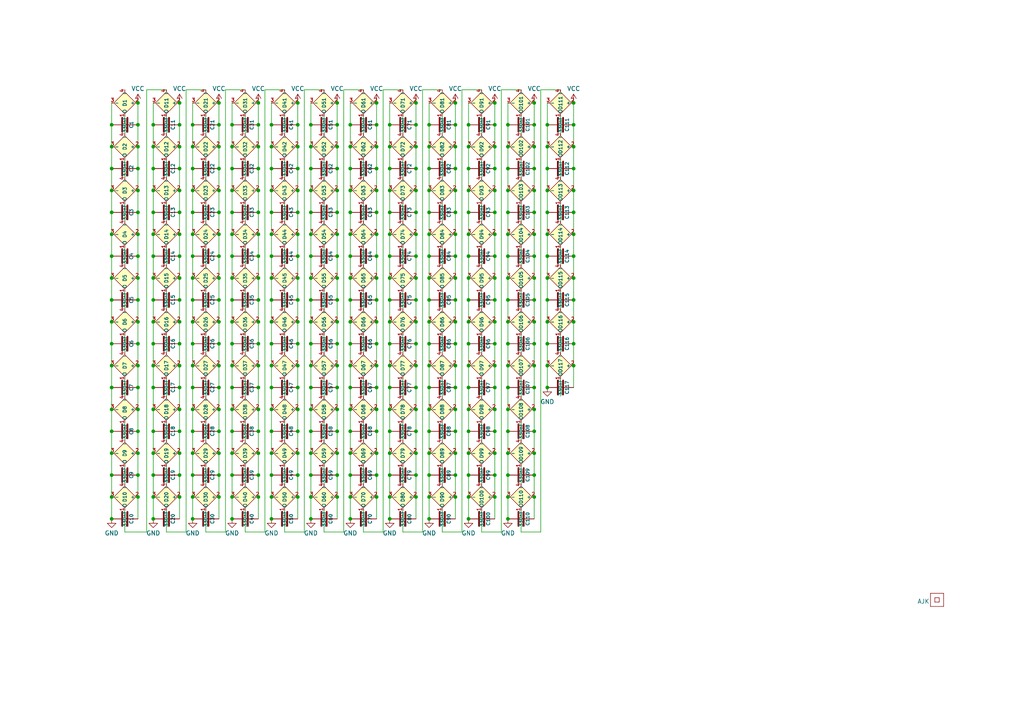
<source format=kicad_sch>
(kicad_sch (version 20230121) (generator eeschema)
  (paper "A4")
  (title_block (title "LED ring coaster") (date "${DATE}") (rev "1") (comment 1 "@revk@toot.me.uk") (comment 2 "www.me.uk"))
  (junction (at 147.32 74.295))
  (junction (at 44.45 80.645))
  (junction (at 97.79 118.745))
  (junction (at 101.6 42.545))
  (junction (at 86.36 93.345))
  (junction (at 147.32 93.345))
  (junction (at 97.79 137.795))
  (junction (at 63.5 93.345))
  (junction (at 158.75 61.595))
  (junction (at 78.74 55.245))
  (junction (at 120.65 29.845))
  (junction (at 97.79 125.095))
  (junction (at 32.385 42.545))
  (junction (at 154.94 61.595))
  (junction (at 132.08 61.595))
  (junction (at 143.51 48.895))
  (junction (at 74.93 99.695))
  (junction (at 44.45 131.445))
  (junction (at 120.65 67.945))
  (junction (at 90.17 86.995))
  (junction (at 52.07 106.045))
  (junction (at 147.32 67.945))
  (junction (at 44.45 112.395))
  (junction (at 97.79 93.345))
  (junction (at 63.5 144.145))
  (junction (at 44.45 48.895))
  (junction (at 90.17 131.445))
  (junction (at 109.22 93.345))
  (junction (at 132.08 67.945))
  (junction (at 147.32 86.995))
  (junction (at 52.07 144.145))
  (junction (at 90.17 99.695))
  (junction (at 113.03 67.945))
  (junction (at 78.74 80.645))
  (junction (at 109.22 42.545))
  (junction (at 97.79 42.545))
  (junction (at 132.08 125.095))
  (junction (at 86.36 74.295))
  (junction (at 52.07 93.345))
  (junction (at 113.03 36.195))
  (junction (at 154.94 67.945))
  (junction (at 32.385 99.695))
  (junction (at 78.74 150.495))
  (junction (at 97.79 48.895))
  (junction (at 113.03 55.245))
  (junction (at 147.32 106.045))
  (junction (at 40.005 29.845))
  (junction (at 143.51 61.595))
  (junction (at 135.89 144.145))
  (junction (at 109.22 99.695))
  (junction (at 109.22 29.845))
  (junction (at 135.89 80.645))
  (junction (at 78.74 42.545))
  (junction (at 86.36 106.045))
  (junction (at 90.17 137.795))
  (junction (at 135.89 36.195))
  (junction (at 124.46 48.895))
  (junction (at 166.37 99.695))
  (junction (at 101.6 99.695))
  (junction (at 97.79 112.395))
  (junction (at 147.32 42.545))
  (junction (at 135.89 150.495))
  (junction (at 154.94 74.295))
  (junction (at 32.385 86.995))
  (junction (at 147.32 36.195))
  (junction (at 90.17 106.045))
  (junction (at 78.74 144.145))
  (junction (at 132.08 118.745))
  (junction (at 78.74 99.695))
  (junction (at 101.6 131.445))
  (junction (at 63.5 131.445))
  (junction (at 52.07 125.095))
  (junction (at 124.46 55.245))
  (junction (at 113.03 61.595))
  (junction (at 124.46 36.195))
  (junction (at 135.89 112.395))
  (junction (at 97.79 36.195))
  (junction (at 86.36 67.945))
  (junction (at 78.74 131.445))
  (junction (at 52.07 48.895))
  (junction (at 158.75 42.545))
  (junction (at 55.88 99.695))
  (junction (at 97.79 144.145))
  (junction (at 120.65 80.645))
  (junction (at 147.32 150.495))
  (junction (at 120.65 48.895))
  (junction (at 67.31 118.745))
  (junction (at 63.5 67.945))
  (junction (at 120.65 112.395))
  (junction (at 40.005 118.745))
  (junction (at 120.65 125.095))
  (junction (at 97.79 67.945))
  (junction (at 113.03 118.745))
  (junction (at 78.74 61.595))
  (junction (at 86.36 112.395))
  (junction (at 78.74 125.095))
  (junction (at 44.45 118.745))
  (junction (at 40.005 80.645))
  (junction (at 120.65 118.745))
  (junction (at 40.005 137.795))
  (junction (at 40.005 86.995))
  (junction (at 32.385 93.345))
  (junction (at 40.005 131.445))
  (junction (at 109.22 36.195))
  (junction (at 40.005 125.095))
  (junction (at 67.31 86.995))
  (junction (at 74.93 29.845))
  (junction (at 86.36 125.095))
  (junction (at 40.005 55.245))
  (junction (at 143.51 99.695))
  (junction (at 97.79 106.045))
  (junction (at 101.6 93.345))
  (junction (at 120.65 42.545))
  (junction (at 44.45 93.345))
  (junction (at 63.5 125.095))
  (junction (at 44.45 36.195))
  (junction (at 67.31 99.695))
  (junction (at 63.5 118.745))
  (junction (at 135.89 48.895))
  (junction (at 86.36 36.195))
  (junction (at 101.6 80.645))
  (junction (at 40.005 61.595))
  (junction (at 52.07 42.545))
  (junction (at 67.31 144.145))
  (junction (at 78.74 118.745))
  (junction (at 132.08 93.345))
  (junction (at 32.385 106.045))
  (junction (at 147.32 61.595))
  (junction (at 78.74 112.395))
  (junction (at 109.22 131.445))
  (junction (at 154.94 118.745))
  (junction (at 67.31 131.445))
  (junction (at 113.03 86.995))
  (junction (at 154.94 86.995))
  (junction (at 135.89 99.695))
  (junction (at 90.17 55.245))
  (junction (at 67.31 125.095))
  (junction (at 44.45 86.995))
  (junction (at 63.5 61.595))
  (junction (at 74.93 118.745))
  (junction (at 135.89 86.995))
  (junction (at 143.51 131.445))
  (junction (at 154.94 48.895))
  (junction (at 143.51 144.145))
  (junction (at 166.37 86.995))
  (junction (at 109.22 86.995))
  (junction (at 55.88 150.495))
  (junction (at 132.08 112.395))
  (junction (at 78.74 67.945))
  (junction (at 52.07 36.195))
  (junction (at 109.22 67.945))
  (junction (at 52.07 61.595))
  (junction (at 32.385 125.095))
  (junction (at 55.88 125.095))
  (junction (at 154.94 80.645))
  (junction (at 74.93 125.095))
  (junction (at 143.51 80.645))
  (junction (at 109.22 125.095))
  (junction (at 52.07 99.695))
  (junction (at 63.5 42.545))
  (junction (at 55.88 86.995))
  (junction (at 90.17 125.095))
  (junction (at 166.37 29.845))
  (junction (at 109.22 61.595))
  (junction (at 67.31 150.495))
  (junction (at 132.08 29.845))
  (junction (at 52.07 29.845))
  (junction (at 147.32 144.145))
  (junction (at 101.6 55.245))
  (junction (at 124.46 137.795))
  (junction (at 147.32 55.245))
  (junction (at 63.5 55.245))
  (junction (at 86.36 86.995))
  (junction (at 124.46 99.695))
  (junction (at 120.65 106.045))
  (junction (at 101.6 36.195))
  (junction (at 74.93 86.995))
  (junction (at 63.5 86.995))
  (junction (at 154.94 106.045))
  (junction (at 74.93 112.395))
  (junction (at 113.03 74.295))
  (junction (at 147.32 125.095))
  (junction (at 74.93 36.195))
  (junction (at 158.75 48.895))
  (junction (at 147.32 99.695))
  (junction (at 63.5 29.845))
  (junction (at 135.89 106.045))
  (junction (at 135.89 67.945))
  (junction (at 55.88 106.045))
  (junction (at 52.07 112.395))
  (junction (at 74.93 131.445))
  (junction (at 166.37 80.645))
  (junction (at 135.89 55.245))
  (junction (at 52.07 74.295))
  (junction (at 55.88 118.745))
  (junction (at 109.22 74.295))
  (junction (at 67.31 36.195))
  (junction (at 120.65 86.995))
  (junction (at 166.37 74.295))
  (junction (at 101.6 48.895))
  (junction (at 132.08 42.545))
  (junction (at 40.005 144.145))
  (junction (at 109.22 106.045))
  (junction (at 101.6 125.095))
  (junction (at 124.46 125.095))
  (junction (at 154.94 36.195))
  (junction (at 55.88 131.445))
  (junction (at 40.005 93.345))
  (junction (at 166.37 67.945))
  (junction (at 32.385 150.495))
  (junction (at 124.46 86.995))
  (junction (at 166.37 93.345))
  (junction (at 52.07 86.995))
  (junction (at 63.5 36.195))
  (junction (at 147.32 118.745))
  (junction (at 147.32 48.895))
  (junction (at 86.36 29.845))
  (junction (at 120.65 137.795))
  (junction (at 154.94 93.345))
  (junction (at 113.03 42.545))
  (junction (at 109.22 144.145))
  (junction (at 120.65 55.245))
  (junction (at 132.08 131.445))
  (junction (at 44.45 125.095))
  (junction (at 113.03 80.645))
  (junction (at 135.89 137.795))
  (junction (at 143.51 106.045))
  (junction (at 143.51 67.945))
  (junction (at 158.75 80.645))
  (junction (at 132.08 48.895))
  (junction (at 55.88 67.945))
  (junction (at 63.5 48.895))
  (junction (at 78.74 93.345))
  (junction (at 40.005 99.695))
  (junction (at 32.385 36.195))
  (junction (at 143.51 118.745))
  (junction (at 67.31 61.595))
  (junction (at 135.89 42.545))
  (junction (at 32.385 80.645))
  (junction (at 32.385 74.295))
  (junction (at 124.46 150.495))
  (junction (at 55.88 80.645))
  (junction (at 74.93 106.045))
  (junction (at 52.07 67.945))
  (junction (at 97.79 55.245))
  (junction (at 86.36 131.445))
  (junction (at 90.17 112.395))
  (junction (at 67.31 93.345))
  (junction (at 55.88 48.895))
  (junction (at 109.22 112.395))
  (junction (at 113.03 112.395))
  (junction (at 52.07 137.795))
  (junction (at 40.005 74.295))
  (junction (at 63.5 112.395))
  (junction (at 124.46 118.745))
  (junction (at 147.32 80.645))
  (junction (at 158.75 106.045))
  (junction (at 44.45 42.545))
  (junction (at 154.94 137.795))
  (junction (at 147.32 131.445))
  (junction (at 86.36 137.795))
  (junction (at 32.385 137.795))
  (junction (at 166.37 42.545))
  (junction (at 109.22 118.745))
  (junction (at 135.89 131.445))
  (junction (at 166.37 61.595))
  (junction (at 40.005 67.945))
  (junction (at 74.93 137.795))
  (junction (at 44.45 106.045))
  (junction (at 109.22 137.795))
  (junction (at 78.74 48.895))
  (junction (at 67.31 137.795))
  (junction (at 113.03 106.045))
  (junction (at 32.385 112.395))
  (junction (at 166.37 36.195))
  (junction (at 132.08 137.795))
  (junction (at 90.17 80.645))
  (junction (at 132.08 36.195))
  (junction (at 63.5 99.695))
  (junction (at 74.93 144.145))
  (junction (at 86.36 118.745))
  (junction (at 124.46 93.345))
  (junction (at 143.51 112.395))
  (junction (at 143.51 93.345))
  (junction (at 113.03 99.695))
  (junction (at 154.94 42.545))
  (junction (at 143.51 29.845))
  (junction (at 120.65 36.195))
  (junction (at 63.5 80.645))
  (junction (at 74.93 61.595))
  (junction (at 113.03 144.145))
  (junction (at 74.93 55.245))
  (junction (at 32.385 61.595))
  (junction (at 143.51 74.295))
  (junction (at 113.03 48.895))
  (junction (at 132.08 80.645))
  (junction (at 55.88 74.295))
  (junction (at 101.6 144.145))
  (junction (at 90.17 74.295))
  (junction (at 67.31 106.045))
  (junction (at 97.79 80.645))
  (junction (at 67.31 112.395))
  (junction (at 44.45 99.695))
  (junction (at 120.65 99.695))
  (junction (at 113.03 137.795))
  (junction (at 124.46 42.545))
  (junction (at 135.89 118.745))
  (junction (at 52.07 118.745))
  (junction (at 67.31 67.945))
  (junction (at 78.74 36.195))
  (junction (at 40.005 48.895))
  (junction (at 90.17 48.895))
  (junction (at 154.94 144.145))
  (junction (at 120.65 144.145))
  (junction (at 67.31 74.295))
  (junction (at 40.005 42.545))
  (junction (at 90.17 150.495))
  (junction (at 101.6 61.595))
  (junction (at 90.17 144.145))
  (junction (at 143.51 125.095))
  (junction (at 158.75 86.995))
  (junction (at 78.74 86.995))
  (junction (at 55.88 55.245))
  (junction (at 67.31 48.895))
  (junction (at 113.03 131.445))
  (junction (at 166.37 55.245))
  (junction (at 74.93 80.645))
  (junction (at 154.94 131.445))
  (junction (at 97.79 74.295))
  (junction (at 124.46 80.645))
  (junction (at 97.79 99.695))
  (junction (at 135.89 93.345))
  (junction (at 158.75 55.245))
  (junction (at 113.03 125.095))
  (junction (at 55.88 144.145))
  (junction (at 32.385 55.245))
  (junction (at 67.31 55.245))
  (junction (at 97.79 61.595))
  (junction (at 143.51 42.545))
  (junction (at 90.17 93.345))
  (junction (at 55.88 137.795))
  (junction (at 120.65 93.345))
  (junction (at 97.79 86.995))
  (junction (at 143.51 86.995))
  (junction (at 74.93 74.295))
  (junction (at 44.45 74.295))
  (junction (at 143.51 36.195))
  (junction (at 158.75 99.695))
  (junction (at 67.31 80.645))
  (junction (at 147.32 137.795))
  (junction (at 154.94 112.395))
  (junction (at 147.32 112.395))
  (junction (at 132.08 99.695))
  (junction (at 90.17 36.195))
  (junction (at 44.45 55.245))
  (junction (at 90.17 67.945))
  (junction (at 52.07 131.445))
  (junction (at 158.75 67.945))
  (junction (at 101.6 106.045))
  (junction (at 40.005 106.045))
  (junction (at 154.94 125.095))
  (junction (at 101.6 118.745))
  (junction (at 78.74 137.795))
  (junction (at 120.65 131.445))
  (junction (at 135.89 74.295))
  (junction (at 124.46 131.445))
  (junction (at 124.46 61.595))
  (junction (at 97.79 29.845))
  (junction (at 124.46 144.145))
  (junction (at 158.75 74.295))
  (junction (at 154.94 99.695))
  (junction (at 44.45 150.495))
  (junction (at 63.5 137.795))
  (junction (at 32.385 131.445))
  (junction (at 109.22 48.895))
  (junction (at 135.89 125.095))
  (junction (at 32.385 48.895))
  (junction (at 135.89 61.595))
  (junction (at 55.88 42.545))
  (junction (at 74.93 48.895))
  (junction (at 55.88 93.345))
  (junction (at 78.74 106.045))
  (junction (at 101.6 112.395))
  (junction (at 86.36 42.545))
  (junction (at 74.93 67.945))
  (junction (at 74.93 42.545))
  (junction (at 63.5 106.045))
  (junction (at 44.45 137.795))
  (junction (at 143.51 55.245))
  (junction (at 90.17 42.545))
  (junction (at 120.65 74.295))
  (junction (at 124.46 67.945))
  (junction (at 113.03 150.495))
  (junction (at 32.385 67.945))
  (junction (at 52.07 55.245))
  (junction (at 132.08 74.295))
  (junction (at 166.37 106.045))
  (junction (at 55.88 61.595))
  (junction (at 158.75 112.395))
  (junction (at 55.88 112.395))
  (junction (at 55.88 36.195))
  (junction (at 109.22 80.645))
  (junction (at 166.37 48.895))
  (junction (at 86.36 144.145))
  (junction (at 143.51 137.795))
  (junction (at 67.31 42.545))
  (junction (at 52.07 80.645))
  (junction (at 158.75 36.195))
  (junction (at 109.22 55.245))
  (junction (at 101.6 67.945))
  (junction (at 113.03 93.345))
  (junction (at 124.46 106.045))
  (junction (at 44.45 67.945))
  (junction (at 90.17 61.595))
  (junction (at 90.17 118.745))
  (junction (at 44.45 144.145))
  (junction (at 32.385 118.745))
  (junction (at 86.36 61.595))
  (junction (at 86.36 55.245))
  (junction (at 132.08 86.995))
  (junction (at 101.6 86.995))
  (junction (at 101.6 150.495))
  (junction (at 101.6 137.795))
  (junction (at 86.36 80.645))
  (junction (at 132.08 55.245))
  (junction (at 97.79 131.445))
  (junction (at 86.36 99.695))
  (junction (at 124.46 112.395))
  (junction (at 124.46 74.295))
  (junction (at 132.08 144.145))
  (junction (at 132.08 106.045))
  (junction (at 32.385 144.145))
  (junction (at 78.74 74.295))
  (junction (at 63.5 74.295))
  (junction (at 154.94 29.845))
  (junction (at 44.45 61.595))
  (junction (at 74.93 93.345))
  (junction (at 101.6 74.295))
  (junction (at 120.65 61.595))
  (junction (at 40.005 36.195))
  (junction (at 158.75 93.345))
  (junction (at 40.005 112.395))
  (junction (at 86.36 48.895))
  (junction (at 154.94 55.245))
  (wire (pts (xy 32.385 125.095) (xy 32.385 131.445)))
  (wire (pts (xy 120.65 144.145) (xy 120.65 150.495)))
  (wire (pts (xy 97.79 29.845) (xy 97.79 36.195)))
  (wire (pts (xy 139.7 147.955) (xy 139.7 154.305)))
  (wire (pts (xy 154.94 106.045) (xy 154.94 112.395)))
  (wire (pts (xy 143.51 67.945) (xy 143.51 74.295)))
  (wire (pts (xy 147.32 137.795) (xy 147.32 144.145)))
  (wire (pts (xy 135.89 55.245) (xy 135.89 61.595)))
  (wire (pts (xy 154.94 131.445) (xy 154.94 137.795)))
  (wire (pts (xy 48.26 97.155) (xy 48.26 102.235)))
  (wire (pts (xy 162.56 97.155) (xy 162.56 102.235)))
  (wire (pts (xy 147.32 144.145) (xy 147.32 150.495)))
  (wire (pts (xy 158.75 29.845) (xy 158.75 36.195)))
  (wire (pts (xy 113.03 118.745) (xy 113.03 125.095)))
  (wire (pts (xy 78.74 29.845) (xy 78.74 36.195)))
  (wire (pts (xy 113.03 144.145) (xy 113.03 150.495)))
  (wire (pts (xy 44.45 80.645) (xy 44.45 86.995)))
  (wire (pts (xy 67.31 29.845) (xy 67.31 36.195)))
  (wire (pts (xy 139.7 97.155) (xy 139.7 102.235)))
  (wire (pts (xy 40.005 55.245) (xy 40.005 61.595)))
  (wire (pts (xy 55.88 118.745) (xy 55.88 125.095)))
  (wire (pts (xy 124.46 125.095) (xy 124.46 131.445)))
  (wire (pts (xy 147.32 125.095) (xy 147.32 131.445)))
  (wire (pts (xy 74.93 80.645) (xy 74.93 86.995)))
  (wire (pts (xy 113.03 99.695) (xy 113.03 106.045)))
  (wire (pts (xy 124.46 67.945) (xy 124.46 74.295)))
  (wire (pts (xy 124.46 93.345) (xy 124.46 99.695)))
  (wire (pts (xy 78.74 137.795) (xy 78.74 144.145)))
  (wire (pts (xy 93.98 33.655) (xy 93.98 38.735)))
  (wire (pts (xy 78.74 74.295) (xy 78.74 80.645)))
  (wire (pts (xy 44.45 99.695) (xy 44.45 106.045)))
  (wire (pts (xy 147.32 118.745) (xy 147.32 125.095)))
  (wire (pts (xy 63.5 67.945) (xy 63.5 74.295)))
  (wire (pts (xy 135.89 137.795) (xy 135.89 144.145)))
  (wire (pts (xy 151.13 147.955) (xy 151.13 154.305)))
  (wire (pts (xy 55.88 93.345) (xy 55.88 99.695)))
  (wire (pts (xy 40.005 137.795) (xy 40.005 144.145)))
  (wire (pts (xy 101.6 144.145) (xy 101.6 150.495)))
  (wire (pts (xy 124.46 29.845) (xy 124.46 36.195)))
  (wire (pts (xy 63.5 99.695) (xy 63.5 106.045)))
  (wire (pts (xy 147.32 67.945) (xy 147.32 74.295)))
  (wire (pts (xy 158.75 86.995) (xy 158.75 93.345)))
  (wire (pts (xy 162.56 84.455) (xy 162.56 89.535)))
  (wire (pts (xy 139.7 71.755) (xy 139.7 76.835)))
  (wire (pts (xy 97.79 36.195) (xy 97.79 42.545)))
  (wire (pts (xy 143.51 55.245) (xy 143.51 61.595)))
  (wire (pts (xy 166.37 99.695) (xy 166.37 106.045)))
  (wire (pts (xy 90.17 112.395) (xy 90.17 118.745)))
  (wire (pts (xy 59.69 109.855) (xy 59.69 114.935)))
  (wire (pts (xy 88.265 26.035) (xy 88.265 154.305)))
  (wire (pts (xy 67.31 74.295) (xy 67.31 80.645)))
  (wire (pts (xy 105.41 109.855) (xy 105.41 114.935)))
  (wire (pts (xy 154.94 99.695) (xy 154.94 106.045)))
  (wire (pts (xy 105.41 33.655) (xy 105.41 38.735)))
  (wire (pts (xy 116.84 71.755) (xy 116.84 76.835)))
  (wire (pts (xy 71.12 122.555) (xy 71.12 127.635)))
  (wire (pts (xy 82.55 135.255) (xy 82.55 140.335)))
  (wire (pts (xy 82.55 109.855) (xy 82.55 114.935)))
  (wire (pts (xy 78.74 48.895) (xy 78.74 55.245)))
  (wire (pts (xy 162.56 33.655) (xy 162.56 38.735)))
  (wire (pts (xy 59.69 26.035) (xy 53.975 26.035)))
  (wire (pts (xy 109.22 61.595) (xy 109.22 67.945)))
  (wire (pts (xy 116.84 109.855) (xy 116.84 114.935)))
  (wire (pts (xy 128.27 71.755) (xy 128.27 76.835)))
  (wire (pts (xy 67.31 137.795) (xy 67.31 144.145)))
  (wire (pts (xy 111.125 26.035) (xy 111.125 154.305)))
  (wire (pts (xy 154.94 55.245) (xy 154.94 61.595)))
  (wire (pts (xy 166.37 86.995) (xy 166.37 93.345)))
  (wire (pts (xy 90.17 29.845) (xy 90.17 36.195)))
  (wire (pts (xy 124.46 106.045) (xy 124.46 112.395)))
  (wire (pts (xy 124.46 48.895) (xy 124.46 55.245)))
  (wire (pts (xy 36.195 84.455) (xy 36.195 89.535)))
  (wire (pts (xy 143.51 99.695) (xy 143.51 106.045)))
  (wire (pts (xy 135.89 80.645) (xy 135.89 86.995)))
  (wire (pts (xy 82.55 84.455) (xy 82.55 89.535)))
  (wire (pts (xy 82.55 97.155) (xy 82.55 102.235)))
  (wire (pts (xy 52.07 42.545) (xy 52.07 48.895)))
  (wire (pts (xy 120.65 67.945) (xy 120.65 74.295)))
  (wire (pts (xy 74.93 74.295) (xy 74.93 80.645)))
  (wire (pts (xy 116.84 33.655) (xy 116.84 38.735)))
  (wire (pts (xy 154.94 74.295) (xy 154.94 80.645)))
  (wire (pts (xy 128.27 147.955) (xy 128.27 154.305)))
  (wire (pts (xy 59.69 147.955) (xy 59.69 154.305)))
  (wire (pts (xy 97.79 42.545) (xy 97.79 48.895)))
  (wire (pts (xy 109.22 48.895) (xy 109.22 55.245)))
  (wire (pts (xy 154.94 118.745) (xy 154.94 125.095)))
  (wire (pts (xy 90.17 131.445) (xy 90.17 137.795)))
  (wire (pts (xy 74.93 99.695) (xy 74.93 106.045)))
  (wire (pts (xy 67.31 118.745) (xy 67.31 125.095)))
  (wire (pts (xy 166.37 61.595) (xy 166.37 67.945)))
  (wire (pts (xy 120.65 131.445) (xy 120.65 137.795)))
  (wire (pts (xy 63.5 55.245) (xy 63.5 61.595)))
  (wire (pts (xy 93.98 147.955) (xy 93.98 154.305)))
  (wire (pts (xy 63.5 86.995) (xy 63.5 93.345)))
  (wire (pts (xy 55.88 29.845) (xy 55.88 36.195)))
  (wire (pts (xy 97.79 55.245) (xy 97.79 61.595)))
  (wire (pts (xy 55.88 55.245) (xy 55.88 61.595)))
  (wire (pts (xy 90.17 36.195) (xy 90.17 42.545)))
  (wire (pts (xy 113.03 93.345) (xy 113.03 99.695)))
  (wire (pts (xy 97.79 67.945) (xy 97.79 74.295)))
  (wire (pts (xy 55.88 131.445) (xy 55.88 137.795)))
  (wire (pts (xy 52.07 55.245) (xy 52.07 61.595)))
  (wire (pts (xy 86.36 36.195) (xy 86.36 42.545)))
  (wire (pts (xy 32.385 80.645) (xy 32.385 86.995)))
  (wire (pts (xy 32.385 112.395) (xy 32.385 118.745)))
  (wire (pts (xy 74.93 36.195) (xy 74.93 42.545)))
  (wire (pts (xy 116.84 135.255) (xy 116.84 140.335)))
  (wire (pts (xy 101.6 61.595) (xy 101.6 67.945)))
  (wire (pts (xy 151.13 26.035) (xy 145.415 26.035)))
  (wire (pts (xy 44.45 29.845) (xy 44.45 36.195)))
  (wire (pts (xy 90.17 61.595) (xy 90.17 67.945)))
  (wire (pts (xy 166.37 80.645) (xy 166.37 86.995)))
  (wire (pts (xy 135.89 42.545) (xy 135.89 48.895)))
  (wire (pts (xy 156.845 26.035) (xy 156.845 154.305)))
  (wire (pts (xy 143.51 48.895) (xy 143.51 55.245)))
  (wire (pts (xy 158.75 42.545) (xy 158.75 48.895)))
  (wire (pts (xy 132.08 125.095) (xy 132.08 131.445)))
  (wire (pts (xy 53.975 26.035) (xy 53.975 154.305)))
  (wire (pts (xy 63.5 106.045) (xy 63.5 112.395)))
  (wire (pts (xy 32.385 144.145) (xy 32.385 150.495)))
  (wire (pts (xy 151.13 109.855) (xy 151.13 114.935)))
  (wire (pts (xy 78.74 131.445) (xy 78.74 137.795)))
  (wire (pts (xy 36.195 59.055) (xy 36.195 64.135)))
  (wire (pts (xy 135.89 125.095) (xy 135.89 131.445)))
  (wire (pts (xy 162.56 109.855) (xy 162.56 114.935)))
  (wire (pts (xy 86.36 80.645) (xy 86.36 86.995)))
  (wire (pts (xy 90.17 106.045) (xy 90.17 112.395)))
  (wire (pts (xy 93.98 97.155) (xy 93.98 102.235)))
  (wire (pts (xy 52.07 67.945) (xy 52.07 74.295)))
  (wire (pts (xy 124.46 55.245) (xy 124.46 61.595)))
  (wire (pts (xy 147.32 48.895) (xy 147.32 55.245)))
  (wire (pts (xy 40.005 112.395) (xy 40.005 118.745)))
  (wire (pts (xy 59.69 59.055) (xy 59.69 64.135)))
  (wire (pts (xy 101.6 74.295) (xy 101.6 80.645)))
  (wire (pts (xy 63.5 48.895) (xy 63.5 55.245)))
  (wire (pts (xy 48.26 109.855) (xy 48.26 114.935)))
  (wire (pts (xy 78.74 36.195) (xy 78.74 42.545)))
  (wire (pts (xy 78.74 55.245) (xy 78.74 61.595)))
  (wire (pts (xy 36.195 97.155) (xy 36.195 102.235)))
  (wire (pts (xy 63.5 42.545) (xy 63.5 48.895)))
  (wire (pts (xy 48.26 46.355) (xy 48.26 51.435)))
  (wire (pts (xy 120.65 106.045) (xy 120.65 112.395)))
  (wire (pts (xy 147.32 106.045) (xy 147.32 112.395)))
  (wire (pts (xy 63.5 93.345) (xy 63.5 99.695)))
  (wire (pts (xy 158.75 106.045) (xy 158.75 112.395)))
  (wire (pts (xy 101.6 36.195) (xy 101.6 42.545)))
  (wire (pts (xy 143.51 125.095) (xy 143.51 131.445)))
  (wire (pts (xy 44.45 93.345) (xy 44.45 99.695)))
  (wire (pts (xy 78.74 80.645) (xy 78.74 86.995)))
  (wire (pts (xy 143.51 61.595) (xy 143.51 67.945)))
  (wire (pts (xy 97.79 144.145) (xy 97.79 150.495)))
  (wire (pts (xy 113.03 67.945) (xy 113.03 74.295)))
  (wire (pts (xy 90.17 118.745) (xy 90.17 125.095)))
  (wire (pts (xy 128.27 26.035) (xy 122.555 26.035)))
  (wire (pts (xy 32.385 55.245) (xy 32.385 61.595)))
  (wire (pts (xy 109.22 118.745) (xy 109.22 125.095)))
  (wire (pts (xy 166.37 67.945) (xy 166.37 74.295)))
  (wire (pts (xy 132.08 86.995) (xy 132.08 93.345)))
  (wire (pts (xy 154.94 48.895) (xy 154.94 55.245)))
  (wire (pts (xy 109.22 55.245) (xy 109.22 61.595)))
  (wire (pts (xy 128.27 122.555) (xy 128.27 127.635)))
  (wire (pts (xy 32.385 86.995) (xy 32.385 93.345)))
  (wire (pts (xy 101.6 99.695) (xy 101.6 106.045)))
  (wire (pts (xy 143.51 106.045) (xy 143.51 112.395)))
  (wire (pts (xy 74.93 137.795) (xy 74.93 144.145)))
  (wire (pts (xy 166.37 36.195) (xy 166.37 42.545)))
  (wire (pts (xy 71.12 147.955) (xy 71.12 154.305)))
  (wire (pts (xy 132.08 48.895) (xy 132.08 55.245)))
  (wire (pts (xy 139.7 109.855) (xy 139.7 114.935)))
  (wire (pts (xy 101.6 131.445) (xy 101.6 137.795)))
  (wire (pts (xy 139.7 122.555) (xy 139.7 127.635)))
  (wire (pts (xy 88.265 154.305) (xy 82.55 154.305)))
  (wire (pts (xy 135.89 74.295) (xy 135.89 80.645)))
  (wire (pts (xy 44.45 106.045) (xy 44.45 112.395)))
  (wire (pts (xy 109.22 93.345) (xy 109.22 99.695)))
  (wire (pts (xy 44.45 112.395) (xy 44.45 118.745)))
  (wire (pts (xy 93.98 59.055) (xy 93.98 64.135)))
  (wire (pts (xy 124.46 131.445) (xy 124.46 137.795)))
  (wire (pts (xy 162.56 71.755) (xy 162.56 76.835)))
  (wire (pts (xy 143.51 80.645) (xy 143.51 86.995)))
  (wire (pts (xy 59.69 97.155) (xy 59.69 102.235)))
  (wire (pts (xy 151.13 97.155) (xy 151.13 102.235)))
  (wire (pts (xy 71.12 71.755) (xy 71.12 76.835)))
  (wire (pts (xy 128.27 135.255) (xy 128.27 140.335)))
  (wire (pts (xy 86.36 137.795) (xy 86.36 144.145)))
  (wire (pts (xy 55.88 67.945) (xy 55.88 74.295)))
  (wire (pts (xy 63.5 61.595) (xy 63.5 67.945)))
  (wire (pts (xy 86.36 67.945) (xy 86.36 74.295)))
  (wire (pts (xy 120.65 74.295) (xy 120.65 80.645)))
  (wire (pts (xy 90.17 144.145) (xy 90.17 150.495)))
  (wire (pts (xy 36.195 122.555) (xy 36.195 127.635)))
  (wire (pts (xy 154.94 86.995) (xy 154.94 93.345)))
  (wire (pts (xy 44.45 48.895) (xy 44.45 55.245)))
  (wire (pts (xy 132.08 67.945) (xy 132.08 74.295)))
  (wire (pts (xy 44.45 118.745) (xy 44.45 125.095)))
  (wire (pts (xy 67.31 80.645) (xy 67.31 86.995)))
  (wire (pts (xy 113.03 106.045) (xy 113.03 112.395)))
  (wire (pts (xy 86.36 55.245) (xy 86.36 61.595)))
  (wire (pts (xy 44.45 61.595) (xy 44.45 67.945)))
  (wire (pts (xy 93.98 46.355) (xy 93.98 51.435)))
  (wire (pts (xy 52.07 29.845) (xy 52.07 36.195)))
  (wire (pts (xy 154.94 93.345) (xy 154.94 99.695)))
  (wire (pts (xy 52.07 125.095) (xy 52.07 131.445)))
  (wire (pts (xy 40.005 80.645) (xy 40.005 86.995)))
  (wire (pts (xy 52.07 74.295) (xy 52.07 80.645)))
  (wire (pts (xy 63.5 74.295) (xy 63.5 80.645)))
  (wire (pts (xy 109.22 29.845) (xy 109.22 36.195)))
  (wire (pts (xy 86.36 48.895) (xy 86.36 55.245)))
  (wire (pts (xy 124.46 144.145) (xy 124.46 150.495)))
  (wire (pts (xy 124.46 86.995) (xy 124.46 93.345)))
  (wire (pts (xy 55.88 99.695) (xy 55.88 106.045)))
  (wire (pts (xy 116.84 46.355) (xy 116.84 51.435)))
  (wire (pts (xy 97.79 125.095) (xy 97.79 131.445)))
  (wire (pts (xy 101.6 42.545) (xy 101.6 48.895)))
  (wire (pts (xy 67.31 112.395) (xy 67.31 118.745)))
  (wire (pts (xy 90.17 80.645) (xy 90.17 86.995)))
  (wire (pts (xy 59.69 33.655) (xy 59.69 38.735)))
  (wire (pts (xy 48.26 122.555) (xy 48.26 127.635)))
  (wire (pts (xy 44.45 144.145) (xy 44.45 150.495)))
  (wire (pts (xy 135.89 112.395) (xy 135.89 118.745)))
  (wire (pts (xy 120.65 112.395) (xy 120.65 118.745)))
  (wire (pts (xy 113.03 125.095) (xy 113.03 131.445)))
  (wire (pts (xy 132.08 61.595) (xy 132.08 67.945)))
  (wire (pts (xy 158.75 99.695) (xy 158.75 106.045)))
  (wire (pts (xy 132.08 99.695) (xy 132.08 106.045)))
  (wire (pts (xy 109.22 36.195) (xy 109.22 42.545)))
  (wire (pts (xy 90.17 48.895) (xy 90.17 55.245)))
  (wire (pts (xy 40.005 74.295) (xy 40.005 80.645)))
  (wire (pts (xy 71.12 97.155) (xy 71.12 102.235)))
  (wire (pts (xy 101.6 106.045) (xy 101.6 112.395)))
  (wire (pts (xy 147.32 99.695) (xy 147.32 106.045)))
  (wire (pts (xy 99.695 26.035) (xy 99.695 154.305)))
  (wire (pts (xy 40.005 125.095) (xy 40.005 131.445)))
  (wire (pts (xy 78.74 93.345) (xy 78.74 99.695)))
  (wire (pts (xy 147.32 74.295) (xy 147.32 80.645)))
  (wire (pts (xy 132.08 74.295) (xy 132.08 80.645)))
  (wire (pts (xy 63.5 137.795) (xy 63.5 144.145)))
  (wire (pts (xy 82.55 26.035) (xy 76.835 26.035)))
  (wire (pts (xy 93.98 26.035) (xy 88.265 26.035)))
  (wire (pts (xy 135.89 99.695) (xy 135.89 106.045)))
  (wire (pts (xy 74.93 131.445) (xy 74.93 137.795)))
  (wire (pts (xy 55.88 48.895) (xy 55.88 55.245)))
  (wire (pts (xy 78.74 118.745) (xy 78.74 125.095)))
  (wire (pts (xy 154.94 125.095) (xy 154.94 131.445)))
  (wire (pts (xy 120.65 61.595) (xy 120.65 67.945)))
  (wire (pts (xy 40.005 131.445) (xy 40.005 137.795)))
  (wire (pts (xy 36.195 135.255) (xy 36.195 140.335)))
  (wire (pts (xy 166.37 106.045) (xy 166.37 112.395)))
  (wire (pts (xy 113.03 55.245) (xy 113.03 61.595)))
  (wire (pts (xy 78.74 61.595) (xy 78.74 67.945)))
  (wire (pts (xy 101.6 137.795) (xy 101.6 144.145)))
  (wire (pts (xy 42.545 154.305) (xy 36.195 154.305)))
  (wire (pts (xy 128.27 109.855) (xy 128.27 114.935)))
  (wire (pts (xy 48.26 154.305) (xy 48.26 147.955)))
  (wire (pts (xy 59.69 135.255) (xy 59.69 140.335)))
  (wire (pts (xy 93.98 109.855) (xy 93.98 114.935)))
  (wire (pts (xy 99.695 154.305) (xy 93.98 154.305)))
  (wire (pts (xy 113.03 131.445) (xy 113.03 137.795)))
  (wire (pts (xy 40.005 93.345) (xy 40.005 99.695)))
  (wire (pts (xy 74.93 112.395) (xy 74.93 118.745)))
  (wire (pts (xy 52.07 93.345) (xy 52.07 99.695)))
  (wire (pts (xy 36.195 71.755) (xy 36.195 76.835)))
  (wire (pts (xy 113.03 112.395) (xy 113.03 118.745)))
  (wire (pts (xy 154.94 61.595) (xy 154.94 67.945)))
  (wire (pts (xy 154.94 137.795) (xy 154.94 144.145)))
  (wire (pts (xy 120.65 137.795) (xy 120.65 144.145)))
  (wire (pts (xy 120.65 55.245) (xy 120.65 61.595)))
  (wire (pts (xy 132.08 118.745) (xy 132.08 125.095)))
  (wire (pts (xy 97.79 61.595) (xy 97.79 67.945)))
  (wire (pts (xy 128.27 59.055) (xy 128.27 64.135)))
  (wire (pts (xy 101.6 80.645) (xy 101.6 86.995)))
  (wire (pts (xy 97.79 48.895) (xy 97.79 55.245)))
  (wire (pts (xy 97.79 99.695) (xy 97.79 106.045)))
  (wire (pts (xy 32.385 99.695) (xy 32.385 106.045)))
  (wire (pts (xy 122.555 154.305) (xy 116.84 154.305)))
  (wire (pts (xy 74.93 48.895) (xy 74.93 55.245)))
  (wire (pts (xy 90.17 137.795) (xy 90.17 144.145)))
  (wire (pts (xy 147.32 29.845) (xy 147.32 36.195)))
  (wire (pts (xy 124.46 137.795) (xy 124.46 144.145)))
  (wire (pts (xy 86.36 86.995) (xy 86.36 93.345)))
  (wire (pts (xy 82.55 33.655) (xy 82.55 38.735)))
  (wire (pts (xy 162.56 26.035) (xy 156.845 26.035)))
  (wire (pts (xy 143.51 29.845) (xy 143.51 36.195)))
  (wire (pts (xy 124.46 36.195) (xy 124.46 42.545)))
  (wire (pts (xy 135.89 48.895) (xy 135.89 55.245)))
  (wire (pts (xy 48.26 71.755) (xy 48.26 76.835)))
  (wire (pts (xy 55.88 36.195) (xy 55.88 42.545)))
  (wire (pts (xy 86.36 42.545) (xy 86.36 48.895)))
  (wire (pts (xy 139.7 84.455) (xy 139.7 89.535)))
  (wire (pts (xy 90.17 125.095) (xy 90.17 131.445)))
  (wire (pts (xy 52.07 118.745) (xy 52.07 125.095)))
  (wire (pts (xy 67.31 131.445) (xy 67.31 137.795)))
  (wire (pts (xy 67.31 61.595) (xy 67.31 67.945)))
  (wire (pts (xy 55.88 61.595) (xy 55.88 67.945)))
  (wire (pts (xy 78.74 99.695) (xy 78.74 106.045)))
  (wire (pts (xy 67.31 125.095) (xy 67.31 131.445)))
  (wire (pts (xy 139.7 26.035) (xy 133.985 26.035)))
  (wire (pts (xy 105.41 46.355) (xy 105.41 51.435)))
  (wire (pts (xy 116.84 59.055) (xy 116.84 64.135)))
  (wire (pts (xy 86.36 144.145) (xy 86.36 150.495)))
  (wire (pts (xy 40.005 48.895) (xy 40.005 55.245)))
  (wire (pts (xy 151.13 135.255) (xy 151.13 140.335)))
  (wire (pts (xy 143.51 144.145) (xy 143.51 150.495)))
  (wire (pts (xy 166.37 55.245) (xy 166.37 61.595)))
  (wire (pts (xy 55.88 144.145) (xy 55.88 150.495)))
  (wire (pts (xy 97.79 80.645) (xy 97.79 86.995)))
  (wire (pts (xy 52.07 86.995) (xy 52.07 93.345)))
  (wire (pts (xy 90.17 74.295) (xy 90.17 80.645)))
  (wire (pts (xy 93.98 122.555) (xy 93.98 127.635)))
  (wire (pts (xy 147.32 93.345) (xy 147.32 99.695)))
  (wire (pts (xy 71.12 26.035) (xy 65.405 26.035)))
  (wire (pts (xy 166.37 48.895) (xy 166.37 55.245)))
  (wire (pts (xy 128.27 33.655) (xy 128.27 38.735)))
  (wire (pts (xy 143.51 86.995) (xy 143.51 93.345)))
  (wire (pts (xy 40.005 86.995) (xy 40.005 93.345)))
  (wire (pts (xy 32.385 67.945) (xy 32.385 74.295)))
  (wire (pts (xy 132.08 36.195) (xy 132.08 42.545)))
  (wire (pts (xy 42.545 26.035) (xy 48.26 26.035)))
  (wire (pts (xy 109.22 106.045) (xy 109.22 112.395)))
  (wire (pts (xy 147.32 61.595) (xy 147.32 67.945)))
  (wire (pts (xy 158.75 93.345) (xy 158.75 99.695)))
  (wire (pts (xy 105.41 147.955) (xy 105.41 154.305)))
  (wire (pts (xy 36.195 33.655) (xy 36.195 38.735)))
  (wire (pts (xy 158.75 61.595) (xy 158.75 67.945)))
  (wire (pts (xy 132.08 144.145) (xy 132.08 150.495)))
  (wire (pts (xy 71.12 33.655) (xy 71.12 38.735)))
  (wire (pts (xy 147.32 131.445) (xy 147.32 137.795)))
  (wire (pts (xy 74.93 118.745) (xy 74.93 125.095)))
  (wire (pts (xy 154.94 36.195) (xy 154.94 42.545)))
  (wire (pts (xy 151.13 84.455) (xy 151.13 89.535)))
  (wire (pts (xy 124.46 74.295) (xy 124.46 80.645)))
  (wire (pts (xy 74.93 42.545) (xy 74.93 48.895)))
  (wire (pts (xy 151.13 59.055) (xy 151.13 64.135)))
  (wire (pts (xy 97.79 112.395) (xy 97.79 118.745)))
  (wire (pts (xy 36.195 109.855) (xy 36.195 114.935)))
  (wire (pts (xy 71.12 84.455) (xy 71.12 89.535)))
  (wire (pts (xy 120.65 42.545) (xy 120.65 48.895)))
  (wire (pts (xy 120.65 118.745) (xy 120.65 125.095)))
  (wire (pts (xy 133.985 154.305) (xy 128.27 154.305)))
  (wire (pts (xy 86.36 118.745) (xy 86.36 125.095)))
  (wire (pts (xy 143.51 93.345) (xy 143.51 99.695)))
  (wire (pts (xy 32.385 74.295) (xy 32.385 80.645)))
  (wire (pts (xy 97.79 137.795) (xy 97.79 144.145)))
  (wire (pts (xy 71.12 135.255) (xy 71.12 140.335)))
  (wire (pts (xy 135.89 29.845) (xy 135.89 36.195)))
  (wire (pts (xy 128.27 84.455) (xy 128.27 89.535)))
  (wire (pts (xy 55.88 86.995) (xy 55.88 93.345)))
  (wire (pts (xy 105.41 71.755) (xy 105.41 76.835)))
  (wire (pts (xy 135.89 93.345) (xy 135.89 99.695)))
  (wire (pts (xy 113.03 42.545) (xy 113.03 48.895)))
  (wire (pts (xy 113.03 29.845) (xy 113.03 36.195)))
  (wire (pts (xy 36.195 154.305) (xy 36.195 147.955)))
  (wire (pts (xy 139.7 59.055) (xy 139.7 64.135)))
  (wire (pts (xy 63.5 118.745) (xy 63.5 125.095)))
  (wire (pts (xy 120.65 125.095) (xy 120.65 131.445)))
  (wire (pts (xy 93.98 84.455) (xy 93.98 89.535)))
  (wire (pts (xy 162.56 46.355) (xy 162.56 51.435)))
  (wire (pts (xy 63.5 125.095) (xy 63.5 131.445)))
  (wire (pts (xy 67.31 99.695) (xy 67.31 106.045)))
  (wire (pts (xy 105.41 122.555) (xy 105.41 127.635)))
  (wire (pts (xy 48.26 33.655) (xy 48.26 38.735)))
  (wire (pts (xy 48.26 84.455) (xy 48.26 89.535)))
  (wire (pts (xy 135.89 118.745) (xy 135.89 125.095)))
  (wire (pts (xy 132.08 106.045) (xy 132.08 112.395)))
  (wire (pts (xy 52.07 48.895) (xy 52.07 55.245)))
  (wire (pts (xy 52.07 99.695) (xy 52.07 106.045)))
  (wire (pts (xy 32.385 118.745) (xy 32.385 125.095)))
  (wire (pts (xy 44.45 36.195) (xy 44.45 42.545)))
  (wire (pts (xy 97.79 118.745) (xy 97.79 125.095)))
  (wire (pts (xy 116.84 122.555) (xy 116.84 127.635)))
  (wire (pts (xy 63.5 29.845) (xy 63.5 36.195)))
  (wire (pts (xy 109.22 144.145) (xy 109.22 150.495)))
  (wire (pts (xy 74.93 106.045) (xy 74.93 112.395)))
  (wire (pts (xy 162.56 59.055) (xy 162.56 64.135)))
  (wire (pts (xy 67.31 93.345) (xy 67.31 99.695)))
  (wire (pts (xy 101.6 86.995) (xy 101.6 93.345)))
  (wire (pts (xy 147.32 112.395) (xy 147.32 118.745)))
  (wire (pts (xy 143.51 131.445) (xy 143.51 137.795)))
  (wire (pts (xy 120.65 29.845) (xy 120.65 36.195)))
  (wire (pts (xy 101.6 55.245) (xy 101.6 61.595)))
  (wire (pts (xy 124.46 42.545) (xy 124.46 48.895)))
  (wire (pts (xy 32.385 137.795) (xy 32.385 144.145)))
  (wire (pts (xy 120.65 36.195) (xy 120.65 42.545)))
  (wire (pts (xy 109.22 86.995) (xy 109.22 93.345)))
  (wire (pts (xy 151.13 46.355) (xy 151.13 51.435)))
  (wire (pts (xy 52.07 144.145) (xy 52.07 150.495)))
  (wire (pts (xy 143.51 137.795) (xy 143.51 144.145)))
  (wire (pts (xy 113.03 48.895) (xy 113.03 55.245)))
  (wire (pts (xy 74.93 61.595) (xy 74.93 67.945)))
  (wire (pts (xy 158.75 67.945) (xy 158.75 74.295)))
  (wire (pts (xy 132.08 131.445) (xy 132.08 137.795)))
  (wire (pts (xy 143.51 42.545) (xy 143.51 48.895)))
  (wire (pts (xy 67.31 42.545) (xy 67.31 48.895)))
  (wire (pts (xy 86.36 106.045) (xy 86.36 112.395)))
  (wire (pts (xy 147.32 55.245) (xy 147.32 61.595)))
  (wire (pts (xy 154.94 144.145) (xy 154.94 150.495)))
  (wire (pts (xy 52.07 106.045) (xy 52.07 112.395)))
  (wire (pts (xy 48.26 135.255) (xy 48.26 140.335)))
  (wire (pts (xy 86.36 93.345) (xy 86.36 99.695)))
  (wire (pts (xy 52.07 61.595) (xy 52.07 67.945)))
  (wire (pts (xy 32.385 61.595) (xy 32.385 67.945)))
  (wire (pts (xy 109.22 131.445) (xy 109.22 137.795)))
  (wire (pts (xy 143.51 36.195) (xy 143.51 42.545)))
  (wire (pts (xy 44.45 42.545) (xy 44.45 48.895)))
  (wire (pts (xy 132.08 42.545) (xy 132.08 48.895)))
  (wire (pts (xy 113.03 80.645) (xy 113.03 86.995)))
  (wire (pts (xy 120.65 93.345) (xy 120.65 99.695)))
  (wire (pts (xy 109.22 125.095) (xy 109.22 131.445)))
  (wire (pts (xy 109.22 137.795) (xy 109.22 144.145)))
  (wire (pts (xy 113.03 74.295) (xy 113.03 80.645)))
  (wire (pts (xy 145.415 26.035) (xy 145.415 154.305)))
  (wire (pts (xy 90.17 55.245) (xy 90.17 61.595)))
  (wire (pts (xy 151.13 33.655) (xy 151.13 38.735)))
  (wire (pts (xy 135.89 61.595) (xy 135.89 67.945)))
  (wire (pts (xy 40.005 67.945) (xy 40.005 74.295)))
  (wire (pts (xy 166.37 93.345) (xy 166.37 99.695)))
  (wire (pts (xy 113.03 86.995) (xy 113.03 93.345)))
  (wire (pts (xy 86.36 112.395) (xy 86.36 118.745)))
  (wire (pts (xy 40.005 29.845) (xy 40.005 36.195)))
  (wire (pts (xy 74.93 125.095) (xy 74.93 131.445)))
  (wire (pts (xy 52.07 80.645) (xy 52.07 86.995)))
  (wire (pts (xy 116.84 26.035) (xy 111.125 26.035)))
  (wire (pts (xy 32.385 42.545) (xy 32.385 48.895)))
  (wire (pts (xy 71.12 46.355) (xy 71.12 51.435)))
  (wire (pts (xy 86.36 131.445) (xy 86.36 137.795)))
  (wire (pts (xy 59.69 84.455) (xy 59.69 89.535)))
  (wire (pts (xy 105.41 97.155) (xy 105.41 102.235)))
  (wire (pts (xy 90.17 67.945) (xy 90.17 74.295)))
  (wire (pts (xy 40.005 36.195) (xy 40.005 42.545)))
  (wire (pts (xy 55.88 80.645) (xy 55.88 86.995)))
  (wire (pts (xy 132.08 55.245) (xy 132.08 61.595)))
  (wire (pts (xy 74.93 144.145) (xy 74.93 150.495)))
  (wire (pts (xy 44.45 125.095) (xy 44.45 131.445)))
  (wire (pts (xy 59.69 46.355) (xy 59.69 51.435)))
  (wire (pts (xy 109.22 74.295) (xy 109.22 80.645)))
  (wire (pts (xy 147.32 36.195) (xy 147.32 42.545)))
  (wire (pts (xy 105.41 26.035) (xy 99.695 26.035)))
  (wire (pts (xy 63.5 112.395) (xy 63.5 118.745)))
  (wire (pts (xy 44.45 67.945) (xy 44.45 74.295)))
  (wire (pts (xy 52.07 36.195) (xy 52.07 42.545)))
  (wire (pts (xy 59.69 122.555) (xy 59.69 127.635)))
  (wire (pts (xy 63.5 80.645) (xy 63.5 86.995)))
  (wire (pts (xy 109.22 99.695) (xy 109.22 106.045)))
  (wire (pts (xy 44.45 55.245) (xy 44.45 61.595)))
  (wire (pts (xy 122.555 26.035) (xy 122.555 154.305)))
  (wire (pts (xy 128.27 97.155) (xy 128.27 102.235)))
  (wire (pts (xy 101.6 67.945) (xy 101.6 74.295)))
  (wire (pts (xy 154.94 42.545) (xy 154.94 48.895)))
  (wire (pts (xy 135.89 86.995) (xy 135.89 93.345)))
  (wire (pts (xy 76.835 154.305) (xy 71.12 154.305)))
  (wire (pts (xy 139.7 46.355) (xy 139.7 51.435)))
  (wire (pts (xy 86.36 29.845) (xy 86.36 36.195)))
  (wire (pts (xy 78.74 67.945) (xy 78.74 74.295)))
  (wire (pts (xy 40.005 106.045) (xy 40.005 112.395)))
  (wire (pts (xy 109.22 42.545) (xy 109.22 48.895)))
  (wire (pts (xy 78.74 42.545) (xy 78.74 48.895)))
  (wire (pts (xy 32.385 106.045) (xy 32.385 112.395)))
  (wire (pts (xy 78.74 86.995) (xy 78.74 93.345)))
  (wire (pts (xy 82.55 46.355) (xy 82.55 51.435)))
  (wire (pts (xy 78.74 144.145) (xy 78.74 150.495)))
  (wire (pts (xy 65.405 154.305) (xy 59.69 154.305)))
  (wire (pts (xy 154.94 80.645) (xy 154.94 86.995)))
  (wire (pts (xy 158.75 74.295) (xy 158.75 80.645)))
  (wire (pts (xy 67.31 106.045) (xy 67.31 112.395)))
  (wire (pts (xy 120.65 86.995) (xy 120.65 93.345)))
  (wire (pts (xy 67.31 48.895) (xy 67.31 55.245)))
  (wire (pts (xy 74.93 86.995) (xy 74.93 93.345)))
  (wire (pts (xy 82.55 59.055) (xy 82.55 64.135)))
  (wire (pts (xy 139.7 135.255) (xy 139.7 140.335)))
  (wire (pts (xy 124.46 80.645) (xy 124.46 86.995)))
  (wire (pts (xy 76.835 26.035) (xy 76.835 154.305)))
  (wire (pts (xy 147.32 42.545) (xy 147.32 48.895)))
  (wire (pts (xy 143.51 112.395) (xy 143.51 118.745)))
  (wire (pts (xy 32.385 29.845) (xy 32.385 36.195)))
  (wire (pts (xy 97.79 93.345) (xy 97.79 99.695)))
  (wire (pts (xy 135.89 106.045) (xy 135.89 112.395)))
  (wire (pts (xy 132.08 93.345) (xy 132.08 99.695)))
  (wire (pts (xy 44.45 137.795) (xy 44.45 144.145)))
  (wire (pts (xy 151.13 71.755) (xy 151.13 76.835)))
  (wire (pts (xy 158.75 36.195) (xy 158.75 42.545)))
  (wire (pts (xy 120.65 48.895) (xy 120.65 55.245)))
  (wire (pts (xy 113.03 36.195) (xy 113.03 42.545)))
  (wire (pts (xy 55.88 125.095) (xy 55.88 131.445)))
  (wire (pts (xy 135.89 36.195) (xy 135.89 42.545)))
  (wire (pts (xy 133.985 26.035) (xy 133.985 154.305)))
  (wire (pts (xy 166.37 74.295) (xy 166.37 80.645)))
  (wire (pts (xy 40.005 144.145) (xy 40.005 150.495)))
  (wire (pts (xy 158.75 55.245) (xy 158.75 61.595)))
  (wire (pts (xy 154.94 67.945) (xy 154.94 74.295)))
  (wire (pts (xy 154.94 112.395) (xy 154.94 118.745)))
  (wire (pts (xy 147.32 86.995) (xy 147.32 93.345)))
  (wire (pts (xy 109.22 80.645) (xy 109.22 86.995)))
  (wire (pts (xy 135.89 67.945) (xy 135.89 74.295)))
  (wire (pts (xy 63.5 36.195) (xy 63.5 42.545)))
  (wire (pts (xy 97.79 106.045) (xy 97.79 112.395)))
  (wire (pts (xy 36.195 46.355) (xy 36.195 51.435)))
  (wire (pts (xy 135.89 144.145) (xy 135.89 150.495)))
  (wire (pts (xy 32.385 36.195) (xy 32.385 42.545)))
  (wire (pts (xy 82.55 147.955) (xy 82.55 154.305)))
  (wire (pts (xy 52.07 131.445) (xy 52.07 137.795)))
  (wire (pts (xy 82.55 71.755) (xy 82.55 76.835)))
  (wire (pts (xy 67.31 55.245) (xy 67.31 61.595)))
  (wire (pts (xy 48.26 59.055) (xy 48.26 64.135)))
  (wire (pts (xy 132.08 29.845) (xy 132.08 36.195)))
  (wire (pts (xy 101.6 118.745) (xy 101.6 125.095)))
  (wire (pts (xy 53.975 154.305) (xy 48.26 154.305)))
  (wire (pts (xy 74.93 93.345) (xy 74.93 99.695)))
  (wire (pts (xy 97.79 74.295) (xy 97.79 80.645)))
  (wire (pts (xy 86.36 61.595) (xy 86.36 67.945)))
  (wire (pts (xy 113.03 61.595) (xy 113.03 67.945)))
  (wire (pts (xy 101.6 112.395) (xy 101.6 118.745)))
  (wire (pts (xy 116.84 84.455) (xy 116.84 89.535)))
  (wire (pts (xy 120.65 80.645) (xy 120.65 86.995)))
  (wire (pts (xy 109.22 112.395) (xy 109.22 118.745)))
  (wire (pts (xy 143.51 118.745) (xy 143.51 125.095)))
  (wire (pts (xy 124.46 112.395) (xy 124.46 118.745)))
  (wire (pts (xy 40.005 42.545) (xy 40.005 48.895)))
  (wire (pts (xy 65.405 26.035) (xy 65.405 154.305)))
  (wire (pts (xy 63.5 131.445) (xy 63.5 137.795)))
  (wire (pts (xy 74.93 67.945) (xy 74.93 74.295)))
  (wire (pts (xy 32.385 93.345) (xy 32.385 99.695)))
  (wire (pts (xy 154.94 29.845) (xy 154.94 36.195)))
  (wire (pts (xy 156.845 154.305) (xy 151.13 154.305)))
  (wire (pts (xy 32.385 48.895) (xy 32.385 55.245)))
  (wire (pts (xy 116.84 97.155) (xy 116.84 102.235)))
  (wire (pts (xy 101.6 48.895) (xy 101.6 55.245)))
  (wire (pts (xy 97.79 131.445) (xy 97.79 137.795)))
  (wire (pts (xy 124.46 99.695) (xy 124.46 106.045)))
  (wire (pts (xy 40.005 99.695) (xy 40.005 106.045)))
  (wire (pts (xy 59.69 71.755) (xy 59.69 76.835)))
  (wire (pts (xy 116.84 147.955) (xy 116.84 154.305)))
  (wire (pts (xy 105.41 59.055) (xy 105.41 64.135)))
  (wire (pts (xy 86.36 125.095) (xy 86.36 131.445)))
  (wire (pts (xy 55.88 42.545) (xy 55.88 48.895)))
  (wire (pts (xy 32.385 131.445) (xy 32.385 137.795)))
  (wire (pts (xy 78.74 125.095) (xy 78.74 131.445)))
  (wire (pts (xy 44.45 74.295) (xy 44.45 80.645)))
  (wire (pts (xy 67.31 36.195) (xy 67.31 42.545)))
  (wire (pts (xy 145.415 154.305) (xy 139.7 154.305)))
  (wire (pts (xy 86.36 74.295) (xy 86.36 80.645)))
  (wire (pts (xy 71.12 109.855) (xy 71.12 114.935)))
  (wire (pts (xy 113.03 137.795) (xy 113.03 144.145)))
  (wire (pts (xy 74.93 55.245) (xy 74.93 61.595)))
  (wire (pts (xy 151.13 122.555) (xy 151.13 127.635)))
  (wire (pts (xy 63.5 144.145) (xy 63.5 150.495)))
  (wire (pts (xy 78.74 106.045) (xy 78.74 112.395)))
  (wire (pts (xy 67.31 86.995) (xy 67.31 93.345)))
  (wire (pts (xy 158.75 48.895) (xy 158.75 55.245)))
  (wire (pts (xy 44.45 131.445) (xy 44.45 137.795)))
  (wire (pts (xy 105.41 84.455) (xy 105.41 89.535)))
  (wire (pts (xy 124.46 118.745) (xy 124.46 125.095)))
  (wire (pts (xy 40.005 61.595) (xy 40.005 67.945)))
  (wire (pts (xy 97.79 86.995) (xy 97.79 93.345)))
  (wire (pts (xy 101.6 93.345) (xy 101.6 99.695)))
  (wire (pts (xy 67.31 67.945) (xy 67.31 74.295)))
  (wire (pts (xy 52.07 112.395) (xy 52.07 118.745)))
  (wire (pts (xy 86.36 99.695) (xy 86.36 106.045)))
  (wire (pts (xy 93.98 71.755) (xy 93.98 76.835)))
  (wire (pts (xy 143.51 74.295) (xy 143.51 80.645)))
  (wire (pts (xy 90.17 99.695) (xy 90.17 106.045)))
  (wire (pts (xy 101.6 125.095) (xy 101.6 131.445)))
  (wire (pts (xy 90.17 42.545) (xy 90.17 48.895)))
  (wire (pts (xy 67.31 144.145) (xy 67.31 150.495)))
  (wire (pts (xy 147.32 80.645) (xy 147.32 86.995)))
  (wire (pts (xy 105.41 135.255) (xy 105.41 140.335)))
  (wire (pts (xy 132.08 112.395) (xy 132.08 118.745)))
  (wire (pts (xy 42.545 26.035) (xy 42.545 154.305)))
  (wire (pts (xy 101.6 29.845) (xy 101.6 36.195)))
  (wire (pts (xy 55.88 106.045) (xy 55.88 112.395)))
  (wire (pts (xy 93.98 135.255) (xy 93.98 140.335)))
  (wire (pts (xy 52.07 137.795) (xy 52.07 144.145)))
  (wire (pts (xy 40.005 118.745) (xy 40.005 125.095)))
  (wire (pts (xy 132.08 80.645) (xy 132.08 86.995)))
  (wire (pts (xy 132.08 137.795) (xy 132.08 144.145)))
  (wire (pts (xy 90.17 86.995) (xy 90.17 93.345)))
  (wire (pts (xy 78.74 112.395) (xy 78.74 118.745)))
  (wire (pts (xy 55.88 74.295) (xy 55.88 80.645)))
  (wire (pts (xy 55.88 137.795) (xy 55.88 144.145)))
  (wire (pts (xy 109.22 67.945) (xy 109.22 74.295)))
  (wire (pts (xy 124.46 61.595) (xy 124.46 67.945)))
  (wire (pts (xy 44.45 86.995) (xy 44.45 93.345)))
  (wire (pts (xy 166.37 42.545) (xy 166.37 48.895)))
  (wire (pts (xy 111.125 154.305) (xy 105.41 154.305)))
  (wire (pts (xy 128.27 46.355) (xy 128.27 51.435)))
  (wire (pts (xy 55.88 112.395) (xy 55.88 118.745)))
  (wire (pts (xy 74.93 29.845) (xy 74.93 36.195)))
  (wire (pts (xy 120.65 99.695) (xy 120.65 106.045)))
  (wire (pts (xy 90.17 93.345) (xy 90.17 99.695)))
  (wire (pts (xy 71.12 59.055) (xy 71.12 64.135)))
  (wire (pts (xy 82.55 122.555) (xy 82.55 127.635)))
  (wire (pts (xy 135.89 131.445) (xy 135.89 137.795)))
  (wire (pts (xy 158.75 80.645) (xy 158.75 86.995)))
  (wire (pts (xy 166.37 29.845) (xy 166.37 36.195)))
  (wire (pts (xy 139.7 33.655) (xy 139.7 38.735)))
  (symbol (lib_id "RevK:WS2812B-1mm") (at 151.13 131.445 90) (mirror x) (unit 1)
    (property "Reference" "D109" (at 151.13 131.445 0) (effects (font (size 1 1))))
    (property "Value" "XL-1010RGBC-WS2812B" (effects hide))
    (property "Footprint" "RevK:SMD1010" (effects hide))
    (property "Datasheet" "https://datasheet.lcsc.com/lcsc/2301111010_XINGLIGHT-XL-1010RGBC-WS2812B_C5349953.pdf" (effects hide))
    (property "LCSC Part #" "C5349953" (effects hide))
  )
  (symbol (lib_id "RevK:WS2812B-1mm") (at 139.7 144.145 90) (mirror x) (unit 1)
    (property "Reference" "D100" (at 139.7 144.145 0) (effects (font (size 1 1))))
    (property "Value" "XL-1010RGBC-WS2812B" (effects hide))
    (property "Footprint" "RevK:SMD1010" (effects hide))
    (property "Datasheet" "https://datasheet.lcsc.com/lcsc/2301111010_XINGLIGHT-XL-1010RGBC-WS2812B_C5349953.pdf" (effects hide))
    (property "LCSC Part #" "C5349953" (effects hide))
  )
  (symbol (lib_id "RevK:WS2812B-1mm") (at 128.27 55.245 90) (mirror x) (unit 1)
    (property "Reference" "D83" (at 128.27 55.245 0) (effects (font (size 1 1))))
    (property "Value" "XL-1010RGBC-WS2812B" (effects hide))
    (property "Footprint" "RevK:SMD1010" (effects hide))
    (property "Datasheet" "https://datasheet.lcsc.com/lcsc/2301111010_XINGLIGHT-XL-1010RGBC-WS2812B_C5349953.pdf" (effects hide))
    (property "LCSC Part #" "C5349953" (effects hide))
  )
  (symbol (lib_id "RevK:WS2812B-1mm") (at 93.98 106.045 90) (mirror x) (unit 1)
    (property "Reference" "D57" (at 93.98 106.045 0) (effects (font (size 1 1))))
    (property "Value" "XL-1010RGBC-WS2812B" (effects hide))
    (property "Footprint" "RevK:SMD1010" (effects hide))
    (property "Datasheet" "https://datasheet.lcsc.com/lcsc/2301111010_XINGLIGHT-XL-1010RGBC-WS2812B_C5349953.pdf" (effects hide))
    (property "LCSC Part #" "C5349953" (effects hide))
  )
  (symbol (lib_id "RevK:WS2812B-1mm") (at 116.84 106.045 90) (mirror x) (unit 1)
    (property "Reference" "D77" (at 116.84 106.045 0) (effects (font (size 1 1))))
    (property "Value" "XL-1010RGBC-WS2812B" (effects hide))
    (property "Footprint" "RevK:SMD1010" (effects hide))
    (property "Datasheet" "https://datasheet.lcsc.com/lcsc/2301111010_XINGLIGHT-XL-1010RGBC-WS2812B_C5349953.pdf" (effects hide))
    (property "LCSC Part #" "C5349953" (effects hide))
  )
  (symbol (lib_id "RevK:WS2812B-1mm") (at 139.7 42.545 90) (mirror x) (unit 1)
    (property "Reference" "D92" (at 139.7 42.545 0) (effects (font (size 1 1))))
    (property "Value" "XL-1010RGBC-WS2812B" (effects hide))
    (property "Footprint" "RevK:SMD1010" (effects hide))
    (property "Datasheet" "https://datasheet.lcsc.com/lcsc/2301111010_XINGLIGHT-XL-1010RGBC-WS2812B_C5349953.pdf" (effects hide))
    (property "LCSC Part #" "C5349953" (effects hide))
  )
  (symbol (lib_id "RevK:AJK") (at 265.43 173.99 0) (unit 1) (in_bom no)
    (property "Reference" "Logo1" (effects hide))
    (property "Value" "AJK" (at 266.065 174.4238 0) (effects (justify left)))
    (property "Footprint" "RevK:AJK" (effects hide))
    (property "Note" "Non part, PCB printed" (effects hide))
  )
  (symbol (lib_id "Device:C") (at 151.13 61.595 270) (mirror x) (unit 1)
    (property "Reference" "C103" (at 153.035 61.595 0) (effects (font (size 1 1))))
    (property "Value" "330nF" (at 151.13 61.595 0) (effects (font (size 1 1))))
    (property "Footprint" "RevK:C_0402" (effects hide))
  )
  (symbol (lib_id "power:GND") (at 135.89 150.495 0) (unit 1)
    (property "Reference" "#PWR010" (effects hide))
    (property "Value" "GND" (at 135.89 154.6281 0))
  )
  (symbol (lib_id "Device:C") (at 59.69 150.495 270) (mirror x) (unit 1)
    (property "Reference" "C30" (at 61.595 150.495 0) (effects (font (size 1 1))))
    (property "Value" "330nF" (at 59.69 150.495 0) (effects (font (size 1 1))))
    (property "Footprint" "RevK:C_0402" (effects hide))
  )
  (symbol (lib_id "Device:C") (at 36.195 99.695 270) (mirror x) (unit 1)
    (property "Reference" "C6" (at 38.1 99.695 0) (effects (font (size 1 1))))
    (property "Value" "330nF" (at 36.195 99.695 0) (effects (font (size 1 1))))
    (property "Footprint" "RevK:C_0402" (effects hide))
  )
  (symbol (lib_id "Device:C") (at 139.7 150.495 270) (mirror x) (unit 1)
    (property "Reference" "C100" (at 141.605 150.495 0) (effects (font (size 1 1))))
    (property "Value" "330nF" (at 139.7 150.495 0) (effects (font (size 1 1))))
    (property "Footprint" "RevK:C_0402" (effects hide))
  )
  (symbol (lib_id "RevK:WS2812B-1mm") (at 71.12 42.545 90) (mirror x) (unit 1)
    (property "Reference" "D32" (at 71.12 42.545 0) (effects (font (size 1 1))))
    (property "Value" "XL-1010RGBC-WS2812B" (effects hide))
    (property "Footprint" "RevK:SMD1010" (effects hide))
    (property "Datasheet" "https://datasheet.lcsc.com/lcsc/2301111010_XINGLIGHT-XL-1010RGBC-WS2812B_C5349953.pdf" (effects hide))
    (property "LCSC Part #" "C5349953" (effects hide))
  )
  (symbol (lib_id "RevK:WS2812B-1mm") (at 139.7 106.045 90) (mirror x) (unit 1)
    (property "Reference" "D97" (at 139.7 106.045 0) (effects (font (size 1 1))))
    (property "Value" "XL-1010RGBC-WS2812B" (effects hide))
    (property "Footprint" "RevK:SMD1010" (effects hide))
    (property "Datasheet" "https://datasheet.lcsc.com/lcsc/2301111010_XINGLIGHT-XL-1010RGBC-WS2812B_C5349953.pdf" (effects hide))
    (property "LCSC Part #" "C5349953" (effects hide))
  )
  (symbol (lib_id "RevK:WS2812B-1mm") (at 48.26 144.145 90) (mirror x) (unit 1)
    (property "Reference" "D20" (at 48.26 144.145 0) (effects (font (size 1 1))))
    (property "Value" "XL-1010RGBC-WS2812B" (effects hide))
    (property "Footprint" "RevK:SMD1010" (effects hide))
    (property "Datasheet" "https://datasheet.lcsc.com/lcsc/2301111010_XINGLIGHT-XL-1010RGBC-WS2812B_C5349953.pdf" (effects hide))
    (property "LCSC Part #" "C5349953" (effects hide))
  )
  (symbol (lib_id "RevK:WS2812B-1mm") (at 116.84 67.945 90) (mirror x) (unit 1)
    (property "Reference" "D74" (at 116.84 67.945 0) (effects (font (size 1 1))))
    (property "Value" "XL-1010RGBC-WS2812B" (effects hide))
    (property "Footprint" "RevK:SMD1010" (effects hide))
    (property "Datasheet" "https://datasheet.lcsc.com/lcsc/2301111010_XINGLIGHT-XL-1010RGBC-WS2812B_C5349953.pdf" (effects hide))
    (property "LCSC Part #" "C5349953" (effects hide))
  )
  (symbol (lib_id "Device:C") (at 128.27 137.795 270) (mirror x) (unit 1)
    (property "Reference" "C89" (at 130.175 137.795 0) (effects (font (size 1 1))))
    (property "Value" "330nF" (at 128.27 137.795 0) (effects (font (size 1 1))))
    (property "Footprint" "RevK:C_0402" (effects hide))
  )
  (symbol (lib_id "RevK:WS2812B-1mm") (at 82.55 80.645 90) (mirror x) (unit 1)
    (property "Reference" "D45" (at 82.55 80.645 0) (effects (font (size 1 1))))
    (property "Value" "XL-1010RGBC-WS2812B" (effects hide))
    (property "Footprint" "RevK:SMD1010" (effects hide))
    (property "Datasheet" "https://datasheet.lcsc.com/lcsc/2301111010_XINGLIGHT-XL-1010RGBC-WS2812B_C5349953.pdf" (effects hide))
    (property "LCSC Part #" "C5349953" (effects hide))
  )
  (symbol (lib_id "Device:C") (at 105.41 150.495 270) (mirror x) (unit 1)
    (property "Reference" "C70" (at 107.315 150.495 0) (effects (font (size 1 1))))
    (property "Value" "330nF" (at 105.41 150.495 0) (effects (font (size 1 1))))
    (property "Footprint" "RevK:C_0402" (effects hide))
  )
  (symbol (lib_id "RevK:WS2812B-1mm") (at 151.13 144.145 90) (mirror x) (unit 1)
    (property "Reference" "D110" (at 151.13 144.145 0) (effects (font (size 1 1))))
    (property "Value" "XL-1010RGBC-WS2812B" (effects hide))
    (property "Footprint" "RevK:SMD1010" (effects hide))
    (property "Datasheet" "https://datasheet.lcsc.com/lcsc/2301111010_XINGLIGHT-XL-1010RGBC-WS2812B_C5349953.pdf" (effects hide))
    (property "LCSC Part #" "C5349953" (effects hide))
  )
  (symbol (lib_id "Device:C") (at 93.98 150.495 270) (mirror x) (unit 1)
    (property "Reference" "C60" (at 95.885 150.495 0) (effects (font (size 1 1))))
    (property "Value" "330nF" (at 93.98 150.495 0) (effects (font (size 1 1))))
    (property "Footprint" "RevK:C_0402" (effects hide))
  )
  (symbol (lib_id "power:GND") (at 113.03 150.495 0) (unit 1)
    (property "Reference" "#PWR08" (effects hide))
    (property "Value" "GND" (at 113.03 154.6281 0))
  )
  (symbol (lib_id "RevK:WS2812B-1mm") (at 59.69 93.345 90) (mirror x) (unit 1)
    (property "Reference" "D26" (at 59.69 93.345 0) (effects (font (size 1 1))))
    (property "Value" "XL-1010RGBC-WS2812B" (effects hide))
    (property "Footprint" "RevK:SMD1010" (effects hide))
    (property "Datasheet" "https://datasheet.lcsc.com/lcsc/2301111010_XINGLIGHT-XL-1010RGBC-WS2812B_C5349953.pdf" (effects hide))
    (property "LCSC Part #" "C5349953" (effects hide))
  )
  (symbol (lib_id "Device:C") (at 151.13 99.695 270) (mirror x) (unit 1)
    (property "Reference" "C106" (at 153.035 99.695 0) (effects (font (size 1 1))))
    (property "Value" "330nF" (at 151.13 99.695 0) (effects (font (size 1 1))))
    (property "Footprint" "RevK:C_0402" (effects hide))
  )
  (symbol (lib_id "power:VCC") (at 52.07 29.845 0) (unit 1)
    (property "Reference" "#PWR014" (effects hide))
    (property "Value" "VCC" (at 52.07 25.7119 0))
  )
  (symbol (lib_id "RevK:WS2812B-1mm") (at 139.7 131.445 90) (mirror x) (unit 1)
    (property "Reference" "D99" (at 139.7 131.445 0) (effects (font (size 1 1))))
    (property "Value" "XL-1010RGBC-WS2812B" (effects hide))
    (property "Footprint" "RevK:SMD1010" (effects hide))
    (property "Datasheet" "https://datasheet.lcsc.com/lcsc/2301111010_XINGLIGHT-XL-1010RGBC-WS2812B_C5349953.pdf" (effects hide))
    (property "LCSC Part #" "C5349953" (effects hide))
  )
  (symbol (lib_id "RevK:WS2812B-1mm") (at 36.195 106.045 90) (mirror x) (unit 1)
    (property "Reference" "D7" (at 36.195 106.045 0) (effects (font (size 1 1))))
    (property "Value" "XL-1010RGBC-WS2812B" (effects hide))
    (property "Footprint" "RevK:SMD1010" (effects hide))
    (property "Datasheet" "https://datasheet.lcsc.com/lcsc/2301111010_XINGLIGHT-XL-1010RGBC-WS2812B_C5349953.pdf" (effects hide))
    (property "LCSC Part #" "C5349953" (effects hide))
  )
  (symbol (lib_id "Device:C") (at 48.26 125.095 270) (mirror x) (unit 1)
    (property "Reference" "C18" (at 50.165 125.095 0) (effects (font (size 1 1))))
    (property "Value" "330nF" (at 48.26 125.095 0) (effects (font (size 1 1))))
    (property "Footprint" "RevK:C_0402" (effects hide))
  )
  (symbol (lib_id "power:GND") (at 147.32 150.495 0) (unit 1)
    (property "Reference" "#PWR011" (effects hide))
    (property "Value" "GND" (at 147.32 154.6281 0))
  )
  (symbol (lib_id "power:GND") (at 101.6 150.495 0) (unit 1)
    (property "Reference" "#PWR07" (effects hide))
    (property "Value" "GND" (at 101.6 154.6281 0))
  )
  (symbol (lib_id "RevK:WS2812B-1mm") (at 93.98 80.645 90) (mirror x) (unit 1)
    (property "Reference" "D55" (at 93.98 80.645 0) (effects (font (size 1 1))))
    (property "Value" "XL-1010RGBC-WS2812B" (effects hide))
    (property "Footprint" "RevK:SMD1010" (effects hide))
    (property "Datasheet" "https://datasheet.lcsc.com/lcsc/2301111010_XINGLIGHT-XL-1010RGBC-WS2812B_C5349953.pdf" (effects hide))
    (property "LCSC Part #" "C5349953" (effects hide))
  )
  (symbol (lib_id "RevK:WS2812B-1mm") (at 48.26 106.045 90) (mirror x) (unit 1)
    (property "Reference" "D17" (at 48.26 106.045 0) (effects (font (size 1 1))))
    (property "Value" "XL-1010RGBC-WS2812B" (effects hide))
    (property "Footprint" "RevK:SMD1010" (effects hide))
    (property "Datasheet" "https://datasheet.lcsc.com/lcsc/2301111010_XINGLIGHT-XL-1010RGBC-WS2812B_C5349953.pdf" (effects hide))
    (property "LCSC Part #" "C5349953" (effects hide))
  )
  (symbol (lib_id "Device:C") (at 93.98 112.395 270) (mirror x) (unit 1)
    (property "Reference" "C57" (at 95.885 112.395 0) (effects (font (size 1 1))))
    (property "Value" "330nF" (at 93.98 112.395 0) (effects (font (size 1 1))))
    (property "Footprint" "RevK:C_0402" (effects hide))
  )
  (symbol (lib_id "RevK:WS2812B-1mm") (at 59.69 80.645 90) (mirror x) (unit 1)
    (property "Reference" "D25" (at 59.69 80.645 0) (effects (font (size 1 1))))
    (property "Value" "XL-1010RGBC-WS2812B" (effects hide))
    (property "Footprint" "RevK:SMD1010" (effects hide))
    (property "Datasheet" "https://datasheet.lcsc.com/lcsc/2301111010_XINGLIGHT-XL-1010RGBC-WS2812B_C5349953.pdf" (effects hide))
    (property "LCSC Part #" "C5349953" (effects hide))
  )
  (symbol (lib_id "RevK:WS2812B-1mm") (at 82.55 144.145 90) (mirror x) (unit 1)
    (property "Reference" "D50" (at 82.55 144.145 0) (effects (font (size 1 1))))
    (property "Value" "XL-1010RGBC-WS2812B" (effects hide))
    (property "Footprint" "RevK:SMD1010" (effects hide))
    (property "Datasheet" "https://datasheet.lcsc.com/lcsc/2301111010_XINGLIGHT-XL-1010RGBC-WS2812B_C5349953.pdf" (effects hide))
    (property "LCSC Part #" "C5349953" (effects hide))
  )
  (symbol (lib_id "Device:C") (at 105.41 74.295 270) (mirror x) (unit 1)
    (property "Reference" "C64" (at 107.315 74.295 0) (effects (font (size 1 1))))
    (property "Value" "330nF" (at 105.41 74.295 0) (effects (font (size 1 1))))
    (property "Footprint" "RevK:C_0402" (effects hide))
  )
  (symbol (lib_id "Device:C") (at 59.69 48.895 270) (mirror x) (unit 1)
    (property "Reference" "C22" (at 61.595 48.895 0) (effects (font (size 1 1))))
    (property "Value" "330nF" (at 59.69 48.895 0) (effects (font (size 1 1))))
    (property "Footprint" "RevK:C_0402" (effects hide))
  )
  (symbol (lib_id "RevK:WS2812B-1mm") (at 93.98 55.245 90) (mirror x) (unit 1)
    (property "Reference" "D53" (at 93.98 55.245 0) (effects (font (size 1 1))))
    (property "Value" "XL-1010RGBC-WS2812B" (effects hide))
    (property "Footprint" "RevK:SMD1010" (effects hide))
    (property "Datasheet" "https://datasheet.lcsc.com/lcsc/2301111010_XINGLIGHT-XL-1010RGBC-WS2812B_C5349953.pdf" (effects hide))
    (property "LCSC Part #" "C5349953" (effects hide))
  )
  (symbol (lib_id "power:VCC") (at 132.08 29.845 0) (unit 1)
    (property "Reference" "#PWR021" (effects hide))
    (property "Value" "VCC" (at 132.08 25.7119 0))
  )
  (symbol (lib_id "Device:C") (at 36.195 61.595 270) (mirror x) (unit 1)
    (property "Reference" "C3" (at 38.1 61.595 0) (effects (font (size 1 1))))
    (property "Value" "330nF" (at 36.195 61.595 0) (effects (font (size 1 1))))
    (property "Footprint" "RevK:C_0402" (effects hide))
  )
  (symbol (lib_id "Device:C") (at 93.98 137.795 270) (mirror x) (unit 1)
    (property "Reference" "C59" (at 95.885 137.795 0) (effects (font (size 1 1))))
    (property "Value" "330nF" (at 93.98 137.795 0) (effects (font (size 1 1))))
    (property "Footprint" "RevK:C_0402" (effects hide))
  )
  (symbol (lib_id "Device:C") (at 105.41 36.195 270) (mirror x) (unit 1)
    (property "Reference" "C61" (at 107.315 36.195 0) (effects (font (size 1 1))))
    (property "Value" "330nF" (at 105.41 36.195 0) (effects (font (size 1 1))))
    (property "Footprint" "RevK:C_0402" (effects hide))
  )
  (symbol (lib_id "Device:C") (at 151.13 125.095 270) (mirror x) (unit 1)
    (property "Reference" "C108" (at 153.035 125.095 0) (effects (font (size 1 1))))
    (property "Value" "330nF" (at 151.13 125.095 0) (effects (font (size 1 1))))
    (property "Footprint" "RevK:C_0402" (effects hide))
  )
  (symbol (lib_id "RevK:WS2812B-1mm") (at 36.195 118.745 90) (mirror x) (unit 1)
    (property "Reference" "D8" (at 36.195 118.745 0) (effects (font (size 1 1))))
    (property "Value" "XL-1010RGBC-WS2812B" (effects hide))
    (property "Footprint" "RevK:SMD1010" (effects hide))
    (property "Datasheet" "https://datasheet.lcsc.com/lcsc/2301111010_XINGLIGHT-XL-1010RGBC-WS2812B_C5349953.pdf" (effects hide))
    (property "LCSC Part #" "C5349953" (effects hide))
  )
  (symbol (lib_id "RevK:WS2812B-1mm") (at 82.55 106.045 90) (mirror x) (unit 1)
    (property "Reference" "D47" (at 82.55 106.045 0) (effects (font (size 1 1))))
    (property "Value" "XL-1010RGBC-WS2812B" (effects hide))
    (property "Footprint" "RevK:SMD1010" (effects hide))
    (property "Datasheet" "https://datasheet.lcsc.com/lcsc/2301111010_XINGLIGHT-XL-1010RGBC-WS2812B_C5349953.pdf" (effects hide))
    (property "LCSC Part #" "C5349953" (effects hide))
  )
  (symbol (lib_id "Device:C") (at 151.13 137.795 270) (mirror x) (unit 1)
    (property "Reference" "C109" (at 153.035 137.795 0) (effects (font (size 1 1))))
    (property "Value" "330nF" (at 151.13 137.795 0) (effects (font (size 1 1))))
    (property "Footprint" "RevK:C_0402" (effects hide))
  )
  (symbol (lib_id "RevK:WS2812B-1mm") (at 82.55 67.945 90) (mirror x) (unit 1)
    (property "Reference" "D44" (at 82.55 67.945 0) (effects (font (size 1 1))))
    (property "Value" "XL-1010RGBC-WS2812B" (effects hide))
    (property "Footprint" "RevK:SMD1010" (effects hide))
    (property "Datasheet" "https://datasheet.lcsc.com/lcsc/2301111010_XINGLIGHT-XL-1010RGBC-WS2812B_C5349953.pdf" (effects hide))
    (property "LCSC Part #" "C5349953" (effects hide))
  )
  (symbol (lib_id "Device:C") (at 36.195 150.495 270) (mirror x) (unit 1)
    (property "Reference" "C10" (at 38.1 150.495 0) (effects (font (size 1 1))))
    (property "Value" "330nF" (at 36.195 150.495 0) (effects (font (size 1 1))))
    (property "Footprint" "RevK:C_0402" (effects hide))
  )
  (symbol (lib_id "power:VCC") (at 74.93 29.845 0) (unit 1)
    (property "Reference" "#PWR016" (effects hide))
    (property "Value" "VCC" (at 74.93 25.7119 0))
  )
  (symbol (lib_id "RevK:WS2812B-1mm") (at 71.12 29.845 90) (mirror x) (unit 1)
    (property "Reference" "D31" (at 71.12 29.845 0) (effects (font (size 1 1))))
    (property "Value" "XL-1010RGBC-WS2812B" (effects hide))
    (property "Footprint" "RevK:SMD1010" (effects hide))
    (property "Datasheet" "https://datasheet.lcsc.com/lcsc/2301111010_XINGLIGHT-XL-1010RGBC-WS2812B_C5349953.pdf" (effects hide))
    (property "LCSC Part #" "C5349953" (effects hide))
  )
  (symbol (lib_id "RevK:WS2812B-1mm") (at 128.27 29.845 90) (mirror x) (unit 1)
    (property "Reference" "D81" (at 128.27 29.845 0) (effects (font (size 1 1))))
    (property "Value" "XL-1010RGBC-WS2812B" (effects hide))
    (property "Footprint" "RevK:SMD1010" (effects hide))
    (property "Datasheet" "https://datasheet.lcsc.com/lcsc/2301111010_XINGLIGHT-XL-1010RGBC-WS2812B_C5349953.pdf" (effects hide))
    (property "LCSC Part #" "C5349953" (effects hide))
  )
  (symbol (lib_id "Device:C") (at 139.7 137.795 270) (mirror x) (unit 1)
    (property "Reference" "C99" (at 141.605 137.795 0) (effects (font (size 1 1))))
    (property "Value" "330nF" (at 139.7 137.795 0) (effects (font (size 1 1))))
    (property "Footprint" "RevK:C_0402" (effects hide))
  )
  (symbol (lib_id "power:VCC") (at 109.22 29.845 0) (unit 1)
    (property "Reference" "#PWR019" (effects hide))
    (property "Value" "VCC" (at 109.22 25.7119 0))
  )
  (symbol (lib_id "Device:C") (at 105.41 61.595 270) (mirror x) (unit 1)
    (property "Reference" "C63" (at 107.315 61.595 0) (effects (font (size 1 1))))
    (property "Value" "330nF" (at 105.41 61.595 0) (effects (font (size 1 1))))
    (property "Footprint" "RevK:C_0402" (effects hide))
  )
  (symbol (lib_id "RevK:WS2812B-1mm") (at 71.12 80.645 90) (mirror x) (unit 1)
    (property "Reference" "D35" (at 71.12 80.645 0) (effects (font (size 1 1))))
    (property "Value" "XL-1010RGBC-WS2812B" (effects hide))
    (property "Footprint" "RevK:SMD1010" (effects hide))
    (property "Datasheet" "https://datasheet.lcsc.com/lcsc/2301111010_XINGLIGHT-XL-1010RGBC-WS2812B_C5349953.pdf" (effects hide))
    (property "LCSC Part #" "C5349953" (effects hide))
  )
  (symbol (lib_id "RevK:WS2812B-1mm") (at 128.27 118.745 90) (mirror x) (unit 1)
    (property "Reference" "D88" (at 128.27 118.745 0) (effects (font (size 1 1))))
    (property "Value" "XL-1010RGBC-WS2812B" (effects hide))
    (property "Footprint" "RevK:SMD1010" (effects hide))
    (property "Datasheet" "https://datasheet.lcsc.com/lcsc/2301111010_XINGLIGHT-XL-1010RGBC-WS2812B_C5349953.pdf" (effects hide))
    (property "LCSC Part #" "C5349953" (effects hide))
  )
  (symbol (lib_id "RevK:WS2812B-1mm") (at 128.27 144.145 90) (mirror x) (unit 1)
    (property "Reference" "D90" (at 128.27 144.145 0) (effects (font (size 1 1))))
    (property "Value" "XL-1010RGBC-WS2812B" (effects hide))
    (property "Footprint" "RevK:SMD1010" (effects hide))
    (property "Datasheet" "https://datasheet.lcsc.com/lcsc/2301111010_XINGLIGHT-XL-1010RGBC-WS2812B_C5349953.pdf" (effects hide))
    (property "LCSC Part #" "C5349953" (effects hide))
  )
  (symbol (lib_id "Device:C") (at 82.55 86.995 270) (mirror x) (unit 1)
    (property "Reference" "C45" (at 84.455 86.995 0) (effects (font (size 1 1))))
    (property "Value" "330nF" (at 82.55 86.995 0) (effects (font (size 1 1))))
    (property "Footprint" "RevK:C_0402" (effects hide))
  )
  (symbol (lib_id "RevK:WS2812B-1mm") (at 48.26 131.445 90) (mirror x) (unit 1)
    (property "Reference" "D19" (at 48.26 131.445 0) (effects (font (size 1 1))))
    (property "Value" "XL-1010RGBC-WS2812B" (effects hide))
    (property "Footprint" "RevK:SMD1010" (effects hide))
    (property "Datasheet" "https://datasheet.lcsc.com/lcsc/2301111010_XINGLIGHT-XL-1010RGBC-WS2812B_C5349953.pdf" (effects hide))
    (property "LCSC Part #" "C5349953" (effects hide))
  )
  (symbol (lib_id "RevK:WS2812B-1mm") (at 139.7 29.845 90) (mirror x) (unit 1)
    (property "Reference" "D91" (at 139.7 29.845 0) (effects (font (size 1 1))))
    (property "Value" "XL-1010RGBC-WS2812B" (effects hide))
    (property "Footprint" "RevK:SMD1010" (effects hide))
    (property "Datasheet" "https://datasheet.lcsc.com/lcsc/2301111010_XINGLIGHT-XL-1010RGBC-WS2812B_C5349953.pdf" (effects hide))
    (property "LCSC Part #" "C5349953" (effects hide))
  )
  (symbol (lib_id "Device:C") (at 93.98 48.895 270) (mirror x) (unit 1)
    (property "Reference" "C52" (at 95.885 48.895 0) (effects (font (size 1 1))))
    (property "Value" "330nF" (at 93.98 48.895 0) (effects (font (size 1 1))))
    (property "Footprint" "RevK:C_0402" (effects hide))
  )
  (symbol (lib_id "RevK:WS2812B-1mm") (at 151.13 67.945 90) (mirror x) (unit 1)
    (property "Reference" "D104" (at 151.13 67.945 0) (effects (font (size 1 1))))
    (property "Value" "XL-1010RGBC-WS2812B" (effects hide))
    (property "Footprint" "RevK:SMD1010" (effects hide))
    (property "Datasheet" "https://datasheet.lcsc.com/lcsc/2301111010_XINGLIGHT-XL-1010RGBC-WS2812B_C5349953.pdf" (effects hide))
    (property "LCSC Part #" "C5349953" (effects hide))
  )
  (symbol (lib_id "RevK:QR") (at 271.78 173.99 0) (unit 1) (in_bom no)
    (property "Reference" "U1" (effects hide))
    (property "Value" "QR" (effects hide))
    (property "Footprint" "RevK:QR-LED" (effects hide))
    (property "Note" "Non part, PCB printed" (effects hide))
  )
  (symbol (lib_id "RevK:WS2812B-1mm") (at 105.41 80.645 90) (mirror x) (unit 1)
    (property "Reference" "D65" (at 105.41 80.645 0) (effects (font (size 1 1))))
    (property "Value" "XL-1010RGBC-WS2812B" (effects hide))
    (property "Footprint" "RevK:SMD1010" (effects hide))
    (property "Datasheet" "https://datasheet.lcsc.com/lcsc/2301111010_XINGLIGHT-XL-1010RGBC-WS2812B_C5349953.pdf" (effects hide))
    (property "LCSC Part #" "C5349953" (effects hide))
  )
  (symbol (lib_id "Device:C") (at 105.41 125.095 270) (mirror x) (unit 1)
    (property "Reference" "C68" (at 107.315 125.095 0) (effects (font (size 1 1))))
    (property "Value" "330nF" (at 105.41 125.095 0) (effects (font (size 1 1))))
    (property "Footprint" "RevK:C_0402" (effects hide))
  )
  (symbol (lib_id "Device:C") (at 48.26 112.395 270) (mirror x) (unit 1)
    (property "Reference" "C17" (at 50.165 112.395 0) (effects (font (size 1 1))))
    (property "Value" "330nF" (at 48.26 112.395 0) (effects (font (size 1 1))))
    (property "Footprint" "RevK:C_0402" (effects hide))
  )
  (symbol (lib_id "Device:C") (at 36.195 74.295 270) (mirror x) (unit 1)
    (property "Reference" "C4" (at 38.1 74.295 0) (effects (font (size 1 1))))
    (property "Value" "330nF" (at 36.195 74.295 0) (effects (font (size 1 1))))
    (property "Footprint" "RevK:C_0402" (effects hide))
  )
  (symbol (lib_id "Device:C") (at 162.56 48.895 270) (mirror x) (unit 1)
    (property "Reference" "C112" (at 164.465 48.895 0) (effects (font (size 1 1))))
    (property "Value" "330nF" (at 162.56 48.895 0) (effects (font (size 1 1))))
    (property "Footprint" "RevK:C_0402" (effects hide))
  )
  (symbol (lib_id "RevK:WS2812B-1mm") (at 139.7 55.245 90) (mirror x) (unit 1)
    (property "Reference" "D93" (at 139.7 55.245 0) (effects (font (size 1 1))))
    (property "Value" "XL-1010RGBC-WS2812B" (effects hide))
    (property "Footprint" "RevK:SMD1010" (effects hide))
    (property "Datasheet" "https://datasheet.lcsc.com/lcsc/2301111010_XINGLIGHT-XL-1010RGBC-WS2812B_C5349953.pdf" (effects hide))
    (property "LCSC Part #" "C5349953" (effects hide))
  )
  (symbol (lib_id "RevK:WS2812B-1mm") (at 59.69 144.145 90) (mirror x) (unit 1)
    (property "Reference" "D30" (at 59.69 144.145 0) (effects (font (size 1 1))))
    (property "Value" "XL-1010RGBC-WS2812B" (effects hide))
    (property "Footprint" "RevK:SMD1010" (effects hide))
    (property "Datasheet" "https://datasheet.lcsc.com/lcsc/2301111010_XINGLIGHT-XL-1010RGBC-WS2812B_C5349953.pdf" (effects hide))
    (property "LCSC Part #" "C5349953" (effects hide))
  )
  (symbol (lib_id "RevK:WS2812B-1mm") (at 71.12 131.445 90) (mirror x) (unit 1)
    (property "Reference" "D39" (at 71.12 131.445 0) (effects (font (size 1 1))))
    (property "Value" "XL-1010RGBC-WS2812B" (effects hide))
    (property "Footprint" "RevK:SMD1010" (effects hide))
    (property "Datasheet" "https://datasheet.lcsc.com/lcsc/2301111010_XINGLIGHT-XL-1010RGBC-WS2812B_C5349953.pdf" (effects hide))
    (property "LCSC Part #" "C5349953" (effects hide))
  )
  (symbol (lib_id "RevK:WS2812B-1mm") (at 93.98 118.745 90) (mirror x) (unit 1)
    (property "Reference" "D58" (at 93.98 118.745 0) (effects (font (size 1 1))))
    (property "Value" "XL-1010RGBC-WS2812B" (effects hide))
    (property "Footprint" "RevK:SMD1010" (effects hide))
    (property "Datasheet" "https://datasheet.lcsc.com/lcsc/2301111010_XINGLIGHT-XL-1010RGBC-WS2812B_C5349953.pdf" (effects hide))
    (property "LCSC Part #" "C5349953" (effects hide))
  )
  (symbol (lib_id "RevK:WS2812B-1mm") (at 105.41 106.045 90) (mirror x) (unit 1)
    (property "Reference" "D67" (at 105.41 106.045 0) (effects (font (size 1 1))))
    (property "Value" "XL-1010RGBC-WS2812B" (effects hide))
    (property "Footprint" "RevK:SMD1010" (effects hide))
    (property "Datasheet" "https://datasheet.lcsc.com/lcsc/2301111010_XINGLIGHT-XL-1010RGBC-WS2812B_C5349953.pdf" (effects hide))
    (property "LCSC Part #" "C5349953" (effects hide))
  )
  (symbol (lib_id "RevK:WS2812B-1mm") (at 151.13 29.845 90) (mirror x) (unit 1)
    (property "Reference" "D101" (at 151.13 29.845 0) (effects (font (size 1 1))))
    (property "Value" "XL-1010RGBC-WS2812B" (effects hide))
    (property "Footprint" "RevK:SMD1010" (effects hide))
    (property "Datasheet" "https://datasheet.lcsc.com/lcsc/2301111010_XINGLIGHT-XL-1010RGBC-WS2812B_C5349953.pdf" (effects hide))
    (property "LCSC Part #" "C5349953" (effects hide))
  )
  (symbol (lib_id "Device:C") (at 139.7 36.195 270) (mirror x) (unit 1)
    (property "Reference" "C91" (at 141.605 36.195 0) (effects (font (size 1 1))))
    (property "Value" "330nF" (at 139.7 36.195 0) (effects (font (size 1 1))))
    (property "Footprint" "RevK:C_0402" (effects hide))
  )
  (symbol (lib_id "RevK:WS2812B-1mm") (at 48.26 55.245 90) (mirror x) (unit 1)
    (property "Reference" "D13" (at 48.26 55.245 0) (effects (font (size 1 1))))
    (property "Value" "XL-1010RGBC-WS2812B" (effects hide))
    (property "Footprint" "RevK:SMD1010" (effects hide))
    (property "Datasheet" "https://datasheet.lcsc.com/lcsc/2301111010_XINGLIGHT-XL-1010RGBC-WS2812B_C5349953.pdf" (effects hide))
    (property "LCSC Part #" "C5349953" (effects hide))
  )
  (symbol (lib_id "Device:C") (at 151.13 36.195 270) (mirror x) (unit 1)
    (property "Reference" "C101" (at 153.035 36.195 0) (effects (font (size 1 1))))
    (property "Value" "330nF" (at 151.13 36.195 0) (effects (font (size 1 1))))
    (property "Footprint" "RevK:C_0402" (effects hide))
  )
  (symbol (lib_id "RevK:WS2812B-1mm") (at 48.26 118.745 90) (mirror x) (unit 1)
    (property "Reference" "D18" (at 48.26 118.745 0) (effects (font (size 1 1))))
    (property "Value" "XL-1010RGBC-WS2812B" (effects hide))
    (property "Footprint" "RevK:SMD1010" (effects hide))
    (property "Datasheet" "https://datasheet.lcsc.com/lcsc/2301111010_XINGLIGHT-XL-1010RGBC-WS2812B_C5349953.pdf" (effects hide))
    (property "LCSC Part #" "C5349953" (effects hide))
  )
  (symbol (lib_id "Device:C") (at 105.41 48.895 270) (mirror x) (unit 1)
    (property "Reference" "C62" (at 107.315 48.895 0) (effects (font (size 1 1))))
    (property "Value" "330nF" (at 105.41 48.895 0) (effects (font (size 1 1))))
    (property "Footprint" "RevK:C_0402" (effects hide))
  )
  (symbol (lib_id "Device:C") (at 128.27 48.895 270) (mirror x) (unit 1)
    (property "Reference" "C82" (at 130.175 48.895 0) (effects (font (size 1 1))))
    (property "Value" "330nF" (at 128.27 48.895 0) (effects (font (size 1 1))))
    (property "Footprint" "RevK:C_0402" (effects hide))
  )
  (symbol (lib_id "Device:C") (at 82.55 112.395 270) (mirror x) (unit 1)
    (property "Reference" "C47" (at 84.455 112.395 0) (effects (font (size 1 1))))
    (property "Value" "330nF" (at 82.55 112.395 0) (effects (font (size 1 1))))
    (property "Footprint" "RevK:C_0402" (effects hide))
  )
  (symbol (lib_id "RevK:WS2812B-1mm") (at 36.195 29.845 90) (mirror x) (unit 1)
    (property "Reference" "D1" (at 36.195 29.845 0) (effects (font (size 1 1))))
    (property "Value" "XL-1010RGBC-WS2812B" (effects hide))
    (property "Footprint" "RevK:SMD1010" (effects hide))
    (property "Datasheet" "https://datasheet.lcsc.com/lcsc/2301111010_XINGLIGHT-XL-1010RGBC-WS2812B_C5349953.pdf" (effects hide))
    (property "LCSC Part #" "C5349953" (effects hide))
  )
  (symbol (lib_id "Device:C") (at 128.27 99.695 270) (mirror x) (unit 1)
    (property "Reference" "C86" (at 130.175 99.695 0) (effects (font (size 1 1))))
    (property "Value" "330nF" (at 128.27 99.695 0) (effects (font (size 1 1))))
    (property "Footprint" "RevK:C_0402" (effects hide))
  )
  (symbol (lib_id "RevK:WS2812B-1mm") (at 48.26 93.345 90) (mirror x) (unit 1)
    (property "Reference" "D16" (at 48.26 93.345 0) (effects (font (size 1 1))))
    (property "Value" "XL-1010RGBC-WS2812B" (effects hide))
    (property "Footprint" "RevK:SMD1010" (effects hide))
    (property "Datasheet" "https://datasheet.lcsc.com/lcsc/2301111010_XINGLIGHT-XL-1010RGBC-WS2812B_C5349953.pdf" (effects hide))
    (property "LCSC Part #" "C5349953" (effects hide))
  )
  (symbol (lib_id "RevK:WS2812B-1mm") (at 139.7 80.645 90) (mirror x) (unit 1)
    (property "Reference" "D95" (at 139.7 80.645 0) (effects (font (size 1 1))))
    (property "Value" "XL-1010RGBC-WS2812B" (effects hide))
    (property "Footprint" "RevK:SMD1010" (effects hide))
    (property "Datasheet" "https://datasheet.lcsc.com/lcsc/2301111010_XINGLIGHT-XL-1010RGBC-WS2812B_C5349953.pdf" (effects hide))
    (property "LCSC Part #" "C5349953" (effects hide))
  )
  (symbol (lib_id "RevK:WS2812B-1mm") (at 116.84 55.245 90) (mirror x) (unit 1)
    (property "Reference" "D73" (at 116.84 55.245 0) (effects (font (size 1 1))))
    (property "Value" "XL-1010RGBC-WS2812B" (effects hide))
    (property "Footprint" "RevK:SMD1010" (effects hide))
    (property "Datasheet" "https://datasheet.lcsc.com/lcsc/2301111010_XINGLIGHT-XL-1010RGBC-WS2812B_C5349953.pdf" (effects hide))
    (property "LCSC Part #" "C5349953" (effects hide))
  )
  (symbol (lib_id "Device:C") (at 48.26 137.795 270) (mirror x) (unit 1)
    (property "Reference" "C19" (at 50.165 137.795 0) (effects (font (size 1 1))))
    (property "Value" "330nF" (at 48.26 137.795 0) (effects (font (size 1 1))))
    (property "Footprint" "RevK:C_0402" (effects hide))
  )
  (symbol (lib_id "Device:C") (at 82.55 36.195 270) (mirror x) (unit 1)
    (property "Reference" "C41" (at 84.455 36.195 0) (effects (font (size 1 1))))
    (property "Value" "330nF" (at 82.55 36.195 0) (effects (font (size 1 1))))
    (property "Footprint" "RevK:C_0402" (effects hide))
  )
  (symbol (lib_id "Device:C") (at 116.84 86.995 270) (mirror x) (unit 1)
    (property "Reference" "C75" (at 118.745 86.995 0) (effects (font (size 1 1))))
    (property "Value" "330nF" (at 116.84 86.995 0) (effects (font (size 1 1))))
    (property "Footprint" "RevK:C_0402" (effects hide))
  )
  (symbol (lib_id "Device:C") (at 105.41 137.795 270) (mirror x) (unit 1)
    (property "Reference" "C69" (at 107.315 137.795 0) (effects (font (size 1 1))))
    (property "Value" "330nF" (at 105.41 137.795 0) (effects (font (size 1 1))))
    (property "Footprint" "RevK:C_0402" (effects hide))
  )
  (symbol (lib_id "Device:C") (at 59.69 74.295 270) (mirror x) (unit 1)
    (property "Reference" "C24" (at 61.595 74.295 0) (effects (font (size 1 1))))
    (property "Value" "330nF" (at 59.69 74.295 0) (effects (font (size 1 1))))
    (property "Footprint" "RevK:C_0402" (effects hide))
  )
  (symbol (lib_id "Device:C") (at 82.55 61.595 270) (mirror x) (unit 1)
    (property "Reference" "C43" (at 84.455 61.595 0) (effects (font (size 1 1))))
    (property "Value" "330nF" (at 82.55 61.595 0) (effects (font (size 1 1))))
    (property "Footprint" "RevK:C_0402" (effects hide))
  )
  (symbol (lib_id "RevK:WS2812B-1mm") (at 48.26 29.845 90) (mirror x) (unit 1)
    (property "Reference" "D11" (at 48.26 29.845 0) (effects (font (size 1 1))))
    (property "Value" "XL-1010RGBC-WS2812B" (effects hide))
    (property "Footprint" "RevK:SMD1010" (effects hide))
    (property "Datasheet" "https://datasheet.lcsc.com/lcsc/2301111010_XINGLIGHT-XL-1010RGBC-WS2812B_C5349953.pdf" (effects hide))
    (property "LCSC Part #" "C5349953" (effects hide))
  )
  (symbol (lib_id "RevK:WS2812B-1mm") (at 162.56 93.345 90) (mirror x) (unit 1)
    (property "Reference" "D116" (at 162.56 93.345 0) (effects (font (size 1 1))))
    (property "Value" "XL-1010RGBC-WS2812B" (effects hide))
    (property "Footprint" "RevK:SMD1010" (effects hide))
    (property "Datasheet" "https://datasheet.lcsc.com/lcsc/2301111010_XINGLIGHT-XL-1010RGBC-WS2812B_C5349953.pdf" (effects hide))
    (property "LCSC Part #" "C5349953" (effects hide))
  )
  (symbol (lib_id "power:GND") (at 78.74 150.495 0) (unit 1)
    (property "Reference" "#PWR05" (effects hide))
    (property "Value" "GND" (at 78.74 154.6281 0))
  )
  (symbol (lib_id "Device:C") (at 48.26 86.995 270) (mirror x) (unit 1)
    (property "Reference" "C15" (at 50.165 86.995 0) (effects (font (size 1 1))))
    (property "Value" "330nF" (at 48.26 86.995 0) (effects (font (size 1 1))))
    (property "Footprint" "RevK:C_0402" (effects hide))
  )
  (symbol (lib_id "Device:C") (at 139.7 99.695 270) (mirror x) (unit 1)
    (property "Reference" "C96" (at 141.605 99.695 0) (effects (font (size 1 1))))
    (property "Value" "330nF" (at 139.7 99.695 0) (effects (font (size 1 1))))
    (property "Footprint" "RevK:C_0402" (effects hide))
  )
  (symbol (lib_id "RevK:WS2812B-1mm") (at 48.26 67.945 90) (mirror x) (unit 1)
    (property "Reference" "D14" (at 48.26 67.945 0) (effects (font (size 1 1))))
    (property "Value" "XL-1010RGBC-WS2812B" (effects hide))
    (property "Footprint" "RevK:SMD1010" (effects hide))
    (property "Datasheet" "https://datasheet.lcsc.com/lcsc/2301111010_XINGLIGHT-XL-1010RGBC-WS2812B_C5349953.pdf" (effects hide))
    (property "LCSC Part #" "C5349953" (effects hide))
  )
  (symbol (lib_id "RevK:WS2812B-1mm") (at 162.56 55.245 90) (mirror x) (unit 1)
    (property "Reference" "D113" (at 162.56 55.245 0) (effects (font (size 1 1))))
    (property "Value" "XL-1010RGBC-WS2812B" (effects hide))
    (property "Footprint" "RevK:SMD1010" (effects hide))
    (property "Datasheet" "https://datasheet.lcsc.com/lcsc/2301111010_XINGLIGHT-XL-1010RGBC-WS2812B_C5349953.pdf" (effects hide))
    (property "LCSC Part #" "C5349953" (effects hide))
  )
  (symbol (lib_id "Device:C") (at 48.26 36.195 270) (mirror x) (unit 1)
    (property "Reference" "C11" (at 50.165 36.195 0) (effects (font (size 1 1))))
    (property "Value" "330nF" (at 48.26 36.195 0) (effects (font (size 1 1))))
    (property "Footprint" "RevK:C_0402" (effects hide))
  )
  (symbol (lib_id "RevK:WS2812B-1mm") (at 48.26 80.645 90) (mirror x) (unit 1)
    (property "Reference" "D15" (at 48.26 80.645 0) (effects (font (size 1 1))))
    (property "Value" "XL-1010RGBC-WS2812B" (effects hide))
    (property "Footprint" "RevK:SMD1010" (effects hide))
    (property "Datasheet" "https://datasheet.lcsc.com/lcsc/2301111010_XINGLIGHT-XL-1010RGBC-WS2812B_C5349953.pdf" (effects hide))
    (property "LCSC Part #" "C5349953" (effects hide))
  )
  (symbol (lib_id "RevK:WS2812B-1mm") (at 36.195 42.545 90) (mirror x) (unit 1)
    (property "Reference" "D2" (at 36.195 42.545 0) (effects (font (size 1 1))))
    (property "Value" "XL-1010RGBC-WS2812B" (effects hide))
    (property "Footprint" "RevK:SMD1010" (effects hide))
    (property "Datasheet" "https://datasheet.lcsc.com/lcsc/2301111010_XINGLIGHT-XL-1010RGBC-WS2812B_C5349953.pdf" (effects hide))
    (property "LCSC Part #" "C5349953" (effects hide))
  )
  (symbol (lib_id "Device:C") (at 36.195 137.795 270) (mirror x) (unit 1)
    (property "Reference" "C9" (at 38.1 137.795 0) (effects (font (size 1 1))))
    (property "Value" "330nF" (at 36.195 137.795 0) (effects (font (size 1 1))))
    (property "Footprint" "RevK:C_0402" (effects hide))
  )
  (symbol (lib_id "RevK:WS2812B-1mm") (at 105.41 67.945 90) (mirror x) (unit 1)
    (property "Reference" "D64" (at 105.41 67.945 0) (effects (font (size 1 1))))
    (property "Value" "XL-1010RGBC-WS2812B" (effects hide))
    (property "Footprint" "RevK:SMD1010" (effects hide))
    (property "Datasheet" "https://datasheet.lcsc.com/lcsc/2301111010_XINGLIGHT-XL-1010RGBC-WS2812B_C5349953.pdf" (effects hide))
    (property "LCSC Part #" "C5349953" (effects hide))
  )
  (symbol (lib_id "Device:C") (at 36.195 112.395 270) (mirror x) (unit 1)
    (property "Reference" "C7" (at 38.1 112.395 0) (effects (font (size 1 1))))
    (property "Value" "330nF" (at 36.195 112.395 0) (effects (font (size 1 1))))
    (property "Footprint" "RevK:C_0402" (effects hide))
  )
  (symbol (lib_id "Device:C") (at 151.13 112.395 270) (mirror x) (unit 1)
    (property "Reference" "C107" (at 153.035 112.395 0) (effects (font (size 1 1))))
    (property "Value" "330nF" (at 151.13 112.395 0) (effects (font (size 1 1))))
    (property "Footprint" "RevK:C_0402" (effects hide))
  )
  (symbol (lib_id "Device:C") (at 93.98 36.195 270) (mirror x) (unit 1)
    (property "Reference" "C51" (at 95.885 36.195 0) (effects (font (size 1 1))))
    (property "Value" "330nF" (at 93.98 36.195 0) (effects (font (size 1 1))))
    (property "Footprint" "RevK:C_0402" (effects hide))
  )
  (symbol (lib_id "RevK:WS2812B-1mm") (at 139.7 67.945 90) (mirror x) (unit 1)
    (property "Reference" "D94" (at 139.7 67.945 0) (effects (font (size 1 1))))
    (property "Value" "XL-1010RGBC-WS2812B" (effects hide))
    (property "Footprint" "RevK:SMD1010" (effects hide))
    (property "Datasheet" "https://datasheet.lcsc.com/lcsc/2301111010_XINGLIGHT-XL-1010RGBC-WS2812B_C5349953.pdf" (effects hide))
    (property "LCSC Part #" "C5349953" (effects hide))
  )
  (symbol (lib_id "RevK:WS2812B-1mm") (at 116.84 131.445 90) (mirror x) (unit 1)
    (property "Reference" "D79" (at 116.84 131.445 0) (effects (font (size 1 1))))
    (property "Value" "XL-1010RGBC-WS2812B" (effects hide))
    (property "Footprint" "RevK:SMD1010" (effects hide))
    (property "Datasheet" "https://datasheet.lcsc.com/lcsc/2301111010_XINGLIGHT-XL-1010RGBC-WS2812B_C5349953.pdf" (effects hide))
    (property "LCSC Part #" "C5349953" (effects hide))
  )
  (symbol (lib_id "Device:C") (at 105.41 112.395 270) (mirror x) (unit 1)
    (property "Reference" "C67" (at 107.315 112.395 0) (effects (font (size 1 1))))
    (property "Value" "330nF" (at 105.41 112.395 0) (effects (font (size 1 1))))
    (property "Footprint" "RevK:C_0402" (effects hide))
  )
  (symbol (lib_id "Device:C") (at 116.84 48.895 270) (mirror x) (unit 1)
    (property "Reference" "C72" (at 118.745 48.895 0) (effects (font (size 1 1))))
    (property "Value" "330nF" (at 116.84 48.895 0) (effects (font (size 1 1))))
    (property "Footprint" "RevK:C_0402" (effects hide))
  )
  (symbol (lib_id "RevK:WS2812B-1mm") (at 162.56 29.845 90) (mirror x) (unit 1)
    (property "Reference" "D111" (at 162.56 29.845 0) (effects (font (size 1 1))))
    (property "Value" "XL-1010RGBC-WS2812B" (effects hide))
    (property "Footprint" "RevK:SMD1010" (effects hide))
    (property "Datasheet" "https://datasheet.lcsc.com/lcsc/2301111010_XINGLIGHT-XL-1010RGBC-WS2812B_C5349953.pdf" (effects hide))
    (property "LCSC Part #" "C5349953" (effects hide))
  )
  (symbol (lib_id "Device:C") (at 59.69 99.695 270) (mirror x) (unit 1)
    (property "Reference" "C26" (at 61.595 99.695 0) (effects (font (size 1 1))))
    (property "Value" "330nF" (at 59.69 99.695 0) (effects (font (size 1 1))))
    (property "Footprint" "RevK:C_0402" (effects hide))
  )
  (symbol (lib_id "RevK:WS2812B-1mm") (at 128.27 42.545 90) (mirror x) (unit 1)
    (property "Reference" "D82" (at 128.27 42.545 0) (effects (font (size 1 1))))
    (property "Value" "XL-1010RGBC-WS2812B" (effects hide))
    (property "Footprint" "RevK:SMD1010" (effects hide))
    (property "Datasheet" "https://datasheet.lcsc.com/lcsc/2301111010_XINGLIGHT-XL-1010RGBC-WS2812B_C5349953.pdf" (effects hide))
    (property "LCSC Part #" "C5349953" (effects hide))
  )
  (symbol (lib_id "power:GND") (at 32.385 150.495 0) (unit 1)
    (property "Reference" "#PWR01" (effects hide))
    (property "Value" "GND" (at 32.385 154.6281 0))
  )
  (symbol (lib_id "Device:C") (at 128.27 86.995 270) (mirror x) (unit 1)
    (property "Reference" "C85" (at 130.175 86.995 0) (effects (font (size 1 1))))
    (property "Value" "330nF" (at 128.27 86.995 0) (effects (font (size 1 1))))
    (property "Footprint" "RevK:C_0402" (effects hide))
  )
  (symbol (lib_id "power:GND") (at 124.46 150.495 0) (unit 1)
    (property "Reference" "#PWR09" (effects hide))
    (property "Value" "GND" (at 124.46 154.6281 0))
  )
  (symbol (lib_id "RevK:WS2812B-1mm") (at 93.98 42.545 90) (mirror x) (unit 1)
    (property "Reference" "D52" (at 93.98 42.545 0) (effects (font (size 1 1))))
    (property "Value" "XL-1010RGBC-WS2812B" (effects hide))
    (property "Footprint" "RevK:SMD1010" (effects hide))
    (property "Datasheet" "https://datasheet.lcsc.com/lcsc/2301111010_XINGLIGHT-XL-1010RGBC-WS2812B_C5349953.pdf" (effects hide))
    (property "LCSC Part #" "C5349953" (effects hide))
  )
  (symbol (lib_id "power:VCC") (at 143.51 29.845 0) (unit 1)
    (property "Reference" "#PWR022" (effects hide))
    (property "Value" "VCC" (at 143.51 25.7119 0))
  )
  (symbol (lib_id "Device:C") (at 139.7 86.995 270) (mirror x) (unit 1)
    (property "Reference" "C95" (at 141.605 86.995 0) (effects (font (size 1 1))))
    (property "Value" "330nF" (at 139.7 86.995 0) (effects (font (size 1 1))))
    (property "Footprint" "RevK:C_0402" (effects hide))
  )
  (symbol (lib_id "RevK:WS2812B-1mm") (at 139.7 93.345 90) (mirror x) (unit 1)
    (property "Reference" "D96" (at 139.7 93.345 0) (effects (font (size 1 1))))
    (property "Value" "XL-1010RGBC-WS2812B" (effects hide))
    (property "Footprint" "RevK:SMD1010" (effects hide))
    (property "Datasheet" "https://datasheet.lcsc.com/lcsc/2301111010_XINGLIGHT-XL-1010RGBC-WS2812B_C5349953.pdf" (effects hide))
    (property "LCSC Part #" "C5349953" (effects hide))
  )
  (symbol (lib_id "Device:C") (at 162.56 99.695 270) (mirror x) (unit 1)
    (property "Reference" "C116" (at 164.465 99.695 0) (effects (font (size 1 1))))
    (property "Value" "330nF" (at 162.56 99.695 0) (effects (font (size 1 1))))
    (property "Footprint" "RevK:C_0402" (effects hide))
  )
  (symbol (lib_id "RevK:WS2812B-1mm") (at 162.56 42.545 90) (mirror x) (unit 1)
    (property "Reference" "D112" (at 162.56 42.545 0) (effects (font (size 1 1))))
    (property "Value" "XL-1010RGBC-WS2812B" (effects hide))
    (property "Footprint" "RevK:SMD1010" (effects hide))
    (property "Datasheet" "https://datasheet.lcsc.com/lcsc/2301111010_XINGLIGHT-XL-1010RGBC-WS2812B_C5349953.pdf" (effects hide))
    (property "LCSC Part #" "C5349953" (effects hide))
  )
  (symbol (lib_id "Device:C") (at 116.84 36.195 270) (mirror x) (unit 1)
    (property "Reference" "C71" (at 118.745 36.195 0) (effects (font (size 1 1))))
    (property "Value" "330nF" (at 116.84 36.195 0) (effects (font (size 1 1))))
    (property "Footprint" "RevK:C_0402" (effects hide))
  )
  (symbol (lib_id "RevK:WS2812B-1mm") (at 71.12 67.945 90) (mirror x) (unit 1)
    (property "Reference" "D34" (at 71.12 67.945 0) (effects (font (size 1 1))))
    (property "Value" "XL-1010RGBC-WS2812B" (effects hide))
    (property "Footprint" "RevK:SMD1010" (effects hide))
    (property "Datasheet" "https://datasheet.lcsc.com/lcsc/2301111010_XINGLIGHT-XL-1010RGBC-WS2812B_C5349953.pdf" (effects hide))
    (property "LCSC Part #" "C5349953" (effects hide))
  )
  (symbol (lib_id "power:GND") (at 158.75 112.395 0) (unit 1)
    (property "Reference" "#PWR012" (effects hide))
    (property "Value" "GND" (at 158.75 116.5281 0))
  )
  (symbol (lib_id "RevK:WS2812B-1mm") (at 59.69 131.445 90) (mirror x) (unit 1)
    (property "Reference" "D29" (at 59.69 131.445 0) (effects (font (size 1 1))))
    (property "Value" "XL-1010RGBC-WS2812B" (effects hide))
    (property "Footprint" "RevK:SMD1010" (effects hide))
    (property "Datasheet" "https://datasheet.lcsc.com/lcsc/2301111010_XINGLIGHT-XL-1010RGBC-WS2812B_C5349953.pdf" (effects hide))
    (property "LCSC Part #" "C5349953" (effects hide))
  )
  (symbol (lib_id "Device:C") (at 93.98 86.995 270) (mirror x) (unit 1)
    (property "Reference" "C55" (at 95.885 86.995 0) (effects (font (size 1 1))))
    (property "Value" "330nF" (at 93.98 86.995 0) (effects (font (size 1 1))))
    (property "Footprint" "RevK:C_0402" (effects hide))
  )
  (symbol (lib_id "RevK:WS2812B-1mm") (at 116.84 118.745 90) (mirror x) (unit 1)
    (property "Reference" "D78" (at 116.84 118.745 0) (effects (font (size 1 1))))
    (property "Value" "XL-1010RGBC-WS2812B" (effects hide))
    (property "Footprint" "RevK:SMD1010" (effects hide))
    (property "Datasheet" "https://datasheet.lcsc.com/lcsc/2301111010_XINGLIGHT-XL-1010RGBC-WS2812B_C5349953.pdf" (effects hide))
    (property "LCSC Part #" "C5349953" (effects hide))
  )
  (symbol (lib_id "RevK:WS2812B-1mm") (at 151.13 93.345 90) (mirror x) (unit 1)
    (property "Reference" "D106" (at 151.13 93.345 0) (effects (font (size 1 1))))
    (property "Value" "XL-1010RGBC-WS2812B" (effects hide))
    (property "Footprint" "RevK:SMD1010" (effects hide))
    (property "Datasheet" "https://datasheet.lcsc.com/lcsc/2301111010_XINGLIGHT-XL-1010RGBC-WS2812B_C5349953.pdf" (effects hide))
    (property "LCSC Part #" "C5349953" (effects hide))
  )
  (symbol (lib_id "Device:C") (at 71.12 48.895 270) (mirror x) (unit 1)
    (property "Reference" "C32" (at 73.025 48.895 0) (effects (font (size 1 1))))
    (property "Value" "330nF" (at 71.12 48.895 0) (effects (font (size 1 1))))
    (property "Footprint" "RevK:C_0402" (effects hide))
  )
  (symbol (lib_id "Device:C") (at 82.55 150.495 270) (mirror x) (unit 1)
    (property "Reference" "C50" (at 84.455 150.495 0) (effects (font (size 1 1))))
    (property "Value" "330nF" (at 82.55 150.495 0) (effects (font (size 1 1))))
    (property "Footprint" "RevK:C_0402" (effects hide))
  )
  (symbol (lib_id "Device:C") (at 139.7 125.095 270) (mirror x) (unit 1)
    (property "Reference" "C98" (at 141.605 125.095 0) (effects (font (size 1 1))))
    (property "Value" "330nF" (at 139.7 125.095 0) (effects (font (size 1 1))))
    (property "Footprint" "RevK:C_0402" (effects hide))
  )
  (symbol (lib_id "Device:C") (at 116.84 74.295 270) (mirror x) (unit 1)
    (property "Reference" "C74" (at 118.745 74.295 0) (effects (font (size 1 1))))
    (property "Value" "330nF" (at 116.84 74.295 0) (effects (font (size 1 1))))
    (property "Footprint" "RevK:C_0402" (effects hide))
  )
  (symbol (lib_id "RevK:WS2812B-1mm") (at 128.27 106.045 90) (mirror x) (unit 1)
    (property "Reference" "D87" (at 128.27 106.045 0) (effects (font (size 1 1))))
    (property "Value" "XL-1010RGBC-WS2812B" (effects hide))
    (property "Footprint" "RevK:SMD1010" (effects hide))
    (property "Datasheet" "https://datasheet.lcsc.com/lcsc/2301111010_XINGLIGHT-XL-1010RGBC-WS2812B_C5349953.pdf" (effects hide))
    (property "LCSC Part #" "C5349953" (effects hide))
  )
  (symbol (lib_id "Device:C") (at 105.41 86.995 270) (mirror x) (unit 1)
    (property "Reference" "C65" (at 107.315 86.995 0) (effects (font (size 1 1))))
    (property "Value" "330nF" (at 105.41 86.995 0) (effects (font (size 1 1))))
    (property "Footprint" "RevK:C_0402" (effects hide))
  )
  (symbol (lib_id "RevK:WS2812B-1mm") (at 139.7 118.745 90) (mirror x) (unit 1)
    (property "Reference" "D98" (at 139.7 118.745 0) (effects (font (size 1 1))))
    (property "Value" "XL-1010RGBC-WS2812B" (effects hide))
    (property "Footprint" "RevK:SMD1010" (effects hide))
    (property "Datasheet" "https://datasheet.lcsc.com/lcsc/2301111010_XINGLIGHT-XL-1010RGBC-WS2812B_C5349953.pdf" (effects hide))
    (property "LCSC Part #" "C5349953" (effects hide))
  )
  (symbol (lib_id "RevK:WS2812B-1mm") (at 116.84 29.845 90) (mirror x) (unit 1)
    (property "Reference" "D71" (at 116.84 29.845 0) (effects (font (size 1 1))))
    (property "Value" "XL-1010RGBC-WS2812B" (effects hide))
    (property "Footprint" "RevK:SMD1010" (effects hide))
    (property "Datasheet" "https://datasheet.lcsc.com/lcsc/2301111010_XINGLIGHT-XL-1010RGBC-WS2812B_C5349953.pdf" (effects hide))
    (property "LCSC Part #" "C5349953" (effects hide))
  )
  (symbol (lib_id "RevK:WS2812B-1mm") (at 128.27 67.945 90) (mirror x) (unit 1)
    (property "Reference" "D84" (at 128.27 67.945 0) (effects (font (size 1 1))))
    (property "Value" "XL-1010RGBC-WS2812B" (effects hide))
    (property "Footprint" "RevK:SMD1010" (effects hide))
    (property "Datasheet" "https://datasheet.lcsc.com/lcsc/2301111010_XINGLIGHT-XL-1010RGBC-WS2812B_C5349953.pdf" (effects hide))
    (property "LCSC Part #" "C5349953" (effects hide))
  )
  (symbol (lib_id "RevK:WS2812B-1mm") (at 71.12 55.245 90) (mirror x) (unit 1)
    (property "Reference" "D33" (at 71.12 55.245 0) (effects (font (size 1 1))))
    (property "Value" "XL-1010RGBC-WS2812B" (effects hide))
    (property "Footprint" "RevK:SMD1010" (effects hide))
    (property "Datasheet" "https://datasheet.lcsc.com/lcsc/2301111010_XINGLIGHT-XL-1010RGBC-WS2812B_C5349953.pdf" (effects hide))
    (property "LCSC Part #" "C5349953" (effects hide))
  )
  (symbol (lib_id "RevK:WS2812B-1mm") (at 82.55 118.745 90) (mirror x) (unit 1)
    (property "Reference" "D48" (at 82.55 118.745 0) (effects (font (size 1 1))))
    (property "Value" "XL-1010RGBC-WS2812B" (effects hide))
    (property "Footprint" "RevK:SMD1010" (effects hide))
    (property "Datasheet" "https://datasheet.lcsc.com/lcsc/2301111010_XINGLIGHT-XL-1010RGBC-WS2812B_C5349953.pdf" (effects hide))
    (property "LCSC Part #" "C5349953" (effects hide))
  )
  (symbol (lib_id "power:VCC") (at 40.005 29.845 0) (unit 1)
    (property "Reference" "#PWR013" (effects hide))
    (property "Value" "VCC" (at 40.005 25.7119 0))
  )
  (symbol (lib_id "Device:C") (at 71.12 61.595 270) (mirror x) (unit 1)
    (property "Reference" "C33" (at 73.025 61.595 0) (effects (font (size 1 1))))
    (property "Value" "330nF" (at 71.12 61.595 0) (effects (font (size 1 1))))
    (property "Footprint" "RevK:C_0402" (effects hide))
  )
  (symbol (lib_id "RevK:WS2812B-1mm") (at 59.69 42.545 90) (mirror x) (unit 1)
    (property "Reference" "D22" (at 59.69 42.545 0) (effects (font (size 1 1))))
    (property "Value" "XL-1010RGBC-WS2812B" (effects hide))
    (property "Footprint" "RevK:SMD1010" (effects hide))
    (property "Datasheet" "https://datasheet.lcsc.com/lcsc/2301111010_XINGLIGHT-XL-1010RGBC-WS2812B_C5349953.pdf" (effects hide))
    (property "LCSC Part #" "C5349953" (effects hide))
  )
  (symbol (lib_id "Device:C") (at 71.12 112.395 270) (mirror x) (unit 1)
    (property "Reference" "C37" (at 73.025 112.395 0) (effects (font (size 1 1))))
    (property "Value" "330nF" (at 71.12 112.395 0) (effects (font (size 1 1))))
    (property "Footprint" "RevK:C_0402" (effects hide))
  )
  (symbol (lib_id "RevK:WS2812B-1mm") (at 59.69 118.745 90) (mirror x) (unit 1)
    (property "Reference" "D28" (at 59.69 118.745 0) (effects (font (size 1 1))))
    (property "Value" "XL-1010RGBC-WS2812B" (effects hide))
    (property "Footprint" "RevK:SMD1010" (effects hide))
    (property "Datasheet" "https://datasheet.lcsc.com/lcsc/2301111010_XINGLIGHT-XL-1010RGBC-WS2812B_C5349953.pdf" (effects hide))
    (property "LCSC Part #" "C5349953" (effects hide))
  )
  (symbol (lib_id "Device:C") (at 116.84 137.795 270) (mirror x) (unit 1)
    (property "Reference" "C79" (at 118.745 137.795 0) (effects (font (size 1 1))))
    (property "Value" "330nF" (at 116.84 137.795 0) (effects (font (size 1 1))))
    (property "Footprint" "RevK:C_0402" (effects hide))
  )
  (symbol (lib_id "RevK:WS2812B-1mm") (at 93.98 29.845 90) (mirror x) (unit 1)
    (property "Reference" "D51" (at 93.98 29.845 0) (effects (font (size 1 1))))
    (property "Value" "XL-1010RGBC-WS2812B" (effects hide))
    (property "Footprint" "RevK:SMD1010" (effects hide))
    (property "Datasheet" "https://datasheet.lcsc.com/lcsc/2301111010_XINGLIGHT-XL-1010RGBC-WS2812B_C5349953.pdf" (effects hide))
    (property "LCSC Part #" "C5349953" (effects hide))
  )
  (symbol (lib_id "RevK:WS2812B-1mm") (at 82.55 93.345 90) (mirror x) (unit 1)
    (property "Reference" "D46" (at 82.55 93.345 0) (effects (font (size 1 1))))
    (property "Value" "XL-1010RGBC-WS2812B" (effects hide))
    (property "Footprint" "RevK:SMD1010" (effects hide))
    (property "Datasheet" "https://datasheet.lcsc.com/lcsc/2301111010_XINGLIGHT-XL-1010RGBC-WS2812B_C5349953.pdf" (effects hide))
    (property "LCSC Part #" "C5349953" (effects hide))
  )
  (symbol (lib_id "Device:C") (at 48.26 150.495 270) (mirror x) (unit 1)
    (property "Reference" "C20" (at 50.165 150.495 0) (effects (font (size 1 1))))
    (property "Value" "330nF" (at 48.26 150.495 0) (effects (font (size 1 1))))
    (property "Footprint" "RevK:C_0402" (effects hide))
  )
  (symbol (lib_id "Device:C") (at 48.26 99.695 270) (mirror x) (unit 1)
    (property "Reference" "C16" (at 50.165 99.695 0) (effects (font (size 1 1))))
    (property "Value" "330nF" (at 48.26 99.695 0) (effects (font (size 1 1))))
    (property "Footprint" "RevK:C_0402" (effects hide))
  )
  (symbol (lib_id "Device:C") (at 82.55 74.295 270) (mirror x) (unit 1)
    (property "Reference" "C44" (at 84.455 74.295 0) (effects (font (size 1 1))))
    (property "Value" "330nF" (at 82.55 74.295 0) (effects (font (size 1 1))))
    (property "Footprint" "RevK:C_0402" (effects hide))
  )
  (symbol (lib_id "Device:C") (at 48.26 61.595 270) (mirror x) (unit 1)
    (property "Reference" "C13" (at 50.165 61.595 0) (effects (font (size 1 1))))
    (property "Value" "330nF" (at 48.26 61.595 0) (effects (font (size 1 1))))
    (property "Footprint" "RevK:C_0402" (effects hide))
  )
  (symbol (lib_id "RevK:WS2812B-1mm") (at 36.195 55.245 90) (mirror x) (unit 1)
    (property "Reference" "D3" (at 36.195 55.245 0) (effects (font (size 1 1))))
    (property "Value" "XL-1010RGBC-WS2812B" (effects hide))
    (property "Footprint" "RevK:SMD1010" (effects hide))
    (property "Datasheet" "https://datasheet.lcsc.com/lcsc/2301111010_XINGLIGHT-XL-1010RGBC-WS2812B_C5349953.pdf" (effects hide))
    (property "LCSC Part #" "C5349953" (effects hide))
  )
  (symbol (lib_id "Device:C") (at 36.195 86.995 270) (mirror x) (unit 1)
    (property "Reference" "C5" (at 38.1 86.995 0) (effects (font (size 1 1))))
    (property "Value" "330nF" (at 36.195 86.995 0) (effects (font (size 1 1))))
    (property "Footprint" "RevK:C_0402" (effects hide))
  )
  (symbol (lib_id "Device:C") (at 59.69 112.395 270) (mirror x) (unit 1)
    (property "Reference" "C27" (at 61.595 112.395 0) (effects (font (size 1 1))))
    (property "Value" "330nF" (at 59.69 112.395 0) (effects (font (size 1 1))))
    (property "Footprint" "RevK:C_0402" (effects hide))
  )
  (symbol (lib_id "Device:C") (at 162.56 61.595 270) (mirror x) (unit 1)
    (property "Reference" "C113" (at 164.465 61.595 0) (effects (font (size 1 1))))
    (property "Value" "330nF" (at 162.56 61.595 0) (effects (font (size 1 1))))
    (property "Footprint" "RevK:C_0402" (effects hide))
  )
  (symbol (lib_id "Device:C") (at 162.56 36.195 270) (mirror x) (unit 1)
    (property "Reference" "C111" (at 164.465 36.195 0) (effects (font (size 1 1))))
    (property "Value" "330nF" (at 162.56 36.195 0) (effects (font (size 1 1))))
    (property "Footprint" "RevK:C_0402" (effects hide))
  )
  (symbol (lib_id "Device:C") (at 93.98 61.595 270) (mirror x) (unit 1)
    (property "Reference" "C53" (at 95.885 61.595 0) (effects (font (size 1 1))))
    (property "Value" "330nF" (at 93.98 61.595 0) (effects (font (size 1 1))))
    (property "Footprint" "RevK:C_0402" (effects hide))
  )
  (symbol (lib_id "RevK:WS2812B-1mm") (at 128.27 131.445 90) (mirror x) (unit 1)
    (property "Reference" "D89" (at 128.27 131.445 0) (effects (font (size 1 1))))
    (property "Value" "XL-1010RGBC-WS2812B" (effects hide))
    (property "Footprint" "RevK:SMD1010" (effects hide))
    (property "Datasheet" "https://datasheet.lcsc.com/lcsc/2301111010_XINGLIGHT-XL-1010RGBC-WS2812B_C5349953.pdf" (effects hide))
    (property "LCSC Part #" "C5349953" (effects hide))
  )
  (symbol (lib_id "RevK:WS2812B-1mm") (at 128.27 80.645 90) (mirror x) (unit 1)
    (property "Reference" "D85" (at 128.27 80.645 0) (effects (font (size 1 1))))
    (property "Value" "XL-1010RGBC-WS2812B" (effects hide))
    (property "Footprint" "RevK:SMD1010" (effects hide))
    (property "Datasheet" "https://datasheet.lcsc.com/lcsc/2301111010_XINGLIGHT-XL-1010RGBC-WS2812B_C5349953.pdf" (effects hide))
    (property "LCSC Part #" "C5349953" (effects hide))
  )
  (symbol (lib_id "power:GND") (at 55.88 150.495 0) (unit 1)
    (property "Reference" "#PWR03" (effects hide))
    (property "Value" "GND" (at 55.88 154.6281 0))
  )
  (symbol (lib_id "Device:C") (at 162.56 112.395 270) (mirror x) (unit 1)
    (property "Reference" "C117" (at 164.465 112.395 0) (effects (font (size 1 1))))
    (property "Value" "330nF" (at 162.56 112.395 0) (effects (font (size 1 1))))
    (property "Footprint" "RevK:C_0402" (effects hide))
  )
  (symbol (lib_id "RevK:WS2812B-1mm") (at 82.55 55.245 90) (mirror x) (unit 1)
    (property "Reference" "D43" (at 82.55 55.245 0) (effects (font (size 1 1))))
    (property "Value" "XL-1010RGBC-WS2812B" (effects hide))
    (property "Footprint" "RevK:SMD1010" (effects hide))
    (property "Datasheet" "https://datasheet.lcsc.com/lcsc/2301111010_XINGLIGHT-XL-1010RGBC-WS2812B_C5349953.pdf" (effects hide))
    (property "LCSC Part #" "C5349953" (effects hide))
  )
  (symbol (lib_id "RevK:WS2812B-1mm") (at 151.13 80.645 90) (mirror x) (unit 1)
    (property "Reference" "D105" (at 151.13 80.645 0) (effects (font (size 1 1))))
    (property "Value" "XL-1010RGBC-WS2812B" (effects hide))
    (property "Footprint" "RevK:SMD1010" (effects hide))
    (property "Datasheet" "https://datasheet.lcsc.com/lcsc/2301111010_XINGLIGHT-XL-1010RGBC-WS2812B_C5349953.pdf" (effects hide))
    (property "LCSC Part #" "C5349953" (effects hide))
  )
  (symbol (lib_id "Device:C") (at 36.195 48.895 270) (mirror x) (unit 1)
    (property "Reference" "C2" (at 38.1 48.895 0) (effects (font (size 1 1))))
    (property "Value" "330nF" (at 36.195 48.895 0) (effects (font (size 1 1))))
    (property "Footprint" "RevK:C_0402" (effects hide))
  )
  (symbol (lib_id "Device:C") (at 36.195 36.195 270) (mirror x) (unit 1)
    (property "Reference" "C1" (at 38.1 36.195 0) (effects (font (size 1 1))))
    (property "Value" "330nF" (at 36.195 36.195 0) (effects (font (size 1 1))))
    (property "Footprint" "RevK:C_0402" (effects hide))
  )
  (symbol (lib_id "RevK:WS2812B-1mm") (at 162.56 80.645 90) (mirror x) (unit 1)
    (property "Reference" "D115" (at 162.56 80.645 0) (effects (font (size 1 1))))
    (property "Value" "XL-1010RGBC-WS2812B" (effects hide))
    (property "Footprint" "RevK:SMD1010" (effects hide))
    (property "Datasheet" "https://datasheet.lcsc.com/lcsc/2301111010_XINGLIGHT-XL-1010RGBC-WS2812B_C5349953.pdf" (effects hide))
    (property "LCSC Part #" "C5349953" (effects hide))
  )
  (symbol (lib_id "Device:C") (at 116.84 150.495 270) (mirror x) (unit 1)
    (property "Reference" "C80" (at 118.745 150.495 0) (effects (font (size 1 1))))
    (property "Value" "330nF" (at 116.84 150.495 0) (effects (font (size 1 1))))
    (property "Footprint" "RevK:C_0402" (effects hide))
  )
  (symbol (lib_id "RevK:WS2812B-1mm") (at 93.98 144.145 90) (mirror x) (unit 1)
    (property "Reference" "D60" (at 93.98 144.145 0) (effects (font (size 1 1))))
    (property "Value" "XL-1010RGBC-WS2812B" (effects hide))
    (property "Footprint" "RevK:SMD1010" (effects hide))
    (property "Datasheet" "https://datasheet.lcsc.com/lcsc/2301111010_XINGLIGHT-XL-1010RGBC-WS2812B_C5349953.pdf" (effects hide))
    (property "LCSC Part #" "C5349953" (effects hide))
  )
  (symbol (lib_id "Device:C") (at 151.13 48.895 270) (mirror x) (unit 1)
    (property "Reference" "C102" (at 153.035 48.895 0) (effects (font (size 1 1))))
    (property "Value" "330nF" (at 151.13 48.895 0) (effects (font (size 1 1))))
    (property "Footprint" "RevK:C_0402" (effects hide))
  )
  (symbol (lib_id "RevK:WS2812B-1mm") (at 59.69 55.245 90) (mirror x) (unit 1)
    (property "Reference" "D23" (at 59.69 55.245 0) (effects (font (size 1 1))))
    (property "Value" "XL-1010RGBC-WS2812B" (effects hide))
    (property "Footprint" "RevK:SMD1010" (effects hide))
    (property "Datasheet" "https://datasheet.lcsc.com/lcsc/2301111010_XINGLIGHT-XL-1010RGBC-WS2812B_C5349953.pdf" (effects hide))
    (property "LCSC Part #" "C5349953" (effects hide))
  )
  (symbol (lib_id "RevK:WS2812B-1mm") (at 116.84 93.345 90) (mirror x) (unit 1)
    (property "Reference" "D76" (at 116.84 93.345 0) (effects (font (size 1 1))))
    (property "Value" "XL-1010RGBC-WS2812B" (effects hide))
    (property "Footprint" "RevK:SMD1010" (effects hide))
    (property "Datasheet" "https://datasheet.lcsc.com/lcsc/2301111010_XINGLIGHT-XL-1010RGBC-WS2812B_C5349953.pdf" (effects hide))
    (property "LCSC Part #" "C5349953" (effects hide))
  )
  (symbol (lib_id "Device:C") (at 93.98 99.695 270) (mirror x) (unit 1)
    (property "Reference" "C56" (at 95.885 99.695 0) (effects (font (size 1 1))))
    (property "Value" "330nF" (at 93.98 99.695 0) (effects (font (size 1 1))))
    (property "Footprint" "RevK:C_0402" (effects hide))
  )
  (symbol (lib_id "Device:C") (at 71.12 150.495 270) (mirror x) (unit 1)
    (property "Reference" "C40" (at 73.025 150.495 0) (effects (font (size 1 1))))
    (property "Value" "330nF" (at 71.12 150.495 0) (effects (font (size 1 1))))
    (property "Footprint" "RevK:C_0402" (effects hide))
  )
  (symbol (lib_id "power:GND") (at 67.31 150.495 0) (unit 1)
    (property "Reference" "#PWR04" (effects hide))
    (property "Value" "GND" (at 67.31 154.6281 0))
  )
  (symbol (lib_id "Device:C") (at 82.55 125.095 270) (mirror x) (unit 1)
    (property "Reference" "C48" (at 84.455 125.095 0) (effects (font (size 1 1))))
    (property "Value" "330nF" (at 82.55 125.095 0) (effects (font (size 1 1))))
    (property "Footprint" "RevK:C_0402" (effects hide))
  )
  (symbol (lib_id "RevK:WS2812B-1mm") (at 105.41 118.745 90) (mirror x) (unit 1)
    (property "Reference" "D68" (at 105.41 118.745 0) (effects (font (size 1 1))))
    (property "Value" "XL-1010RGBC-WS2812B" (effects hide))
    (property "Footprint" "RevK:SMD1010" (effects hide))
    (property "Datasheet" "https://datasheet.lcsc.com/lcsc/2301111010_XINGLIGHT-XL-1010RGBC-WS2812B_C5349953.pdf" (effects hide))
    (property "LCSC Part #" "C5349953" (effects hide))
  )
  (symbol (lib_id "Device:C") (at 71.12 36.195 270) (mirror x) (unit 1)
    (property "Reference" "C31" (at 73.025 36.195 0) (effects (font (size 1 1))))
    (property "Value" "330nF" (at 71.12 36.195 0) (effects (font (size 1 1))))
    (property "Footprint" "RevK:C_0402" (effects hide))
  )
  (symbol (lib_id "Device:C") (at 59.69 86.995 270) (mirror x) (unit 1)
    (property "Reference" "C25" (at 61.595 86.995 0) (effects (font (size 1 1))))
    (property "Value" "330nF" (at 59.69 86.995 0) (effects (font (size 1 1))))
    (property "Footprint" "RevK:C_0402" (effects hide))
  )
  (symbol (lib_id "RevK:WS2812B-1mm") (at 128.27 93.345 90) (mirror x) (unit 1)
    (property "Reference" "D86" (at 128.27 93.345 0) (effects (font (size 1 1))))
    (property "Value" "XL-1010RGBC-WS2812B" (effects hide))
    (property "Footprint" "RevK:SMD1010" (effects hide))
    (property "Datasheet" "https://datasheet.lcsc.com/lcsc/2301111010_XINGLIGHT-XL-1010RGBC-WS2812B_C5349953.pdf" (effects hide))
    (property "LCSC Part #" "C5349953" (effects hide))
  )
  (symbol (lib_id "RevK:WS2812B-1mm") (at 36.195 144.145 90) (mirror x) (unit 1)
    (property "Reference" "D10" (at 36.195 144.145 0) (effects (font (size 1 1))))
    (property "Value" "XL-1010RGBC-WS2812B" (effects hide))
    (property "Footprint" "RevK:SMD1010" (effects hide))
    (property "Datasheet" "https://datasheet.lcsc.com/lcsc/2301111010_XINGLIGHT-XL-1010RGBC-WS2812B_C5349953.pdf" (effects hide))
    (property "LCSC Part #" "C5349953" (effects hide))
  )
  (symbol (lib_id "RevK:WS2812B-1mm") (at 116.84 42.545 90) (mirror x) (unit 1)
    (property "Reference" "D72" (at 116.84 42.545 0) (effects (font (size 1 1))))
    (property "Value" "XL-1010RGBC-WS2812B" (effects hide))
    (property "Footprint" "RevK:SMD1010" (effects hide))
    (property "Datasheet" "https://datasheet.lcsc.com/lcsc/2301111010_XINGLIGHT-XL-1010RGBC-WS2812B_C5349953.pdf" (effects hide))
    (property "LCSC Part #" "C5349953" (effects hide))
  )
  (symbol (lib_id "RevK:WS2812B-1mm") (at 59.69 29.845 90) (mirror x) (unit 1)
    (property "Reference" "D21" (at 59.69 29.845 0) (effects (font (size 1 1))))
    (property "Value" "XL-1010RGBC-WS2812B" (effects hide))
    (property "Footprint" "RevK:SMD1010" (effects hide))
    (property "Datasheet" "https://datasheet.lcsc.com/lcsc/2301111010_XINGLIGHT-XL-1010RGBC-WS2812B_C5349953.pdf" (effects hide))
    (property "LCSC Part #" "C5349953" (effects hide))
  )
  (symbol (lib_id "Device:C") (at 71.12 86.995 270) (mirror x) (unit 1)
    (property "Reference" "C35" (at 73.025 86.995 0) (effects (font (size 1 1))))
    (property "Value" "330nF" (at 71.12 86.995 0) (effects (font (size 1 1))))
    (property "Footprint" "RevK:C_0402" (effects hide))
  )
  (symbol (lib_id "RevK:WS2812B-1mm") (at 36.195 67.945 90) (mirror x) (unit 1)
    (property "Reference" "D4" (at 36.195 67.945 0) (effects (font (size 1 1))))
    (property "Value" "XL-1010RGBC-WS2812B" (effects hide))
    (property "Footprint" "RevK:SMD1010" (effects hide))
    (property "Datasheet" "https://datasheet.lcsc.com/lcsc/2301111010_XINGLIGHT-XL-1010RGBC-WS2812B_C5349953.pdf" (effects hide))
    (property "LCSC Part #" "C5349953" (effects hide))
  )
  (symbol (lib_id "power:GND") (at 90.17 150.495 0) (unit 1)
    (property "Reference" "#PWR06" (effects hide))
    (property "Value" "GND" (at 90.17 154.6281 0))
  )
  (symbol (lib_id "power:VCC") (at 120.65 29.845 0) (unit 1)
    (property "Reference" "#PWR020" (effects hide))
    (property "Value" "VCC" (at 120.65 25.7119 0))
  )
  (symbol (lib_id "Device:C") (at 139.7 112.395 270) (mirror x) (unit 1)
    (property "Reference" "C97" (at 141.605 112.395 0) (effects (font (size 1 1))))
    (property "Value" "330nF" (at 139.7 112.395 0) (effects (font (size 1 1))))
    (property "Footprint" "RevK:C_0402" (effects hide))
  )
  (symbol (lib_id "RevK:WS2812B-1mm") (at 71.12 118.745 90) (mirror x) (unit 1)
    (property "Reference" "D38" (at 71.12 118.745 0) (effects (font (size 1 1))))
    (property "Value" "XL-1010RGBC-WS2812B" (effects hide))
    (property "Footprint" "RevK:SMD1010" (effects hide))
    (property "Datasheet" "https://datasheet.lcsc.com/lcsc/2301111010_XINGLIGHT-XL-1010RGBC-WS2812B_C5349953.pdf" (effects hide))
    (property "LCSC Part #" "C5349953" (effects hide))
  )
  (symbol (lib_id "power:VCC") (at 154.94 29.845 0) (unit 1)
    (property "Reference" "#PWR023" (effects hide))
    (property "Value" "VCC" (at 154.94 25.7119 0))
  )
  (symbol (lib_id "Device:C") (at 82.55 137.795 270) (mirror x) (unit 1)
    (property "Reference" "C49" (at 84.455 137.795 0) (effects (font (size 1 1))))
    (property "Value" "330nF" (at 82.55 137.795 0) (effects (font (size 1 1))))
    (property "Footprint" "RevK:C_0402" (effects hide))
  )
  (symbol (lib_id "Device:C") (at 116.84 125.095 270) (mirror x) (unit 1)
    (property "Reference" "C78" (at 118.745 125.095 0) (effects (font (size 1 1))))
    (property "Value" "330nF" (at 116.84 125.095 0) (effects (font (size 1 1))))
    (property "Footprint" "RevK:C_0402" (effects hide))
  )
  (symbol (lib_id "RevK:WS2812B-1mm") (at 36.195 93.345 90) (mirror x) (unit 1)
    (property "Reference" "D6" (at 36.195 93.345 0) (effects (font (size 1 1))))
    (property "Value" "XL-1010RGBC-WS2812B" (effects hide))
    (property "Footprint" "RevK:SMD1010" (effects hide))
    (property "Datasheet" "https://datasheet.lcsc.com/lcsc/2301111010_XINGLIGHT-XL-1010RGBC-WS2812B_C5349953.pdf" (effects hide))
    (property "LCSC Part #" "C5349953" (effects hide))
  )
  (symbol (lib_id "Device:C") (at 36.195 125.095 270) (mirror x) (unit 1)
    (property "Reference" "C8" (at 38.1 125.095 0) (effects (font (size 1 1))))
    (property "Value" "330nF" (at 36.195 125.095 0) (effects (font (size 1 1))))
    (property "Footprint" "RevK:C_0402" (effects hide))
  )
  (symbol (lib_id "RevK:WS2812B-1mm") (at 116.84 80.645 90) (mirror x) (unit 1)
    (property "Reference" "D75" (at 116.84 80.645 0) (effects (font (size 1 1))))
    (property "Value" "XL-1010RGBC-WS2812B" (effects hide))
    (property "Footprint" "RevK:SMD1010" (effects hide))
    (property "Datasheet" "https://datasheet.lcsc.com/lcsc/2301111010_XINGLIGHT-XL-1010RGBC-WS2812B_C5349953.pdf" (effects hide))
    (property "LCSC Part #" "C5349953" (effects hide))
  )
  (symbol (lib_id "Device:C") (at 139.7 74.295 270) (mirror x) (unit 1)
    (property "Reference" "C94" (at 141.605 74.295 0) (effects (font (size 1 1))))
    (property "Value" "330nF" (at 139.7 74.295 0) (effects (font (size 1 1))))
    (property "Footprint" "RevK:C_0402" (effects hide))
  )
  (symbol (lib_id "Device:C") (at 93.98 74.295 270) (mirror x) (unit 1)
    (property "Reference" "C54" (at 95.885 74.295 0) (effects (font (size 1 1))))
    (property "Value" "330nF" (at 93.98 74.295 0) (effects (font (size 1 1))))
    (property "Footprint" "RevK:C_0402" (effects hide))
  )
  (symbol (lib_id "RevK:WS2812B-1mm") (at 105.41 42.545 90) (mirror x) (unit 1)
    (property "Reference" "D62" (at 105.41 42.545 0) (effects (font (size 1 1))))
    (property "Value" "XL-1010RGBC-WS2812B" (effects hide))
    (property "Footprint" "RevK:SMD1010" (effects hide))
    (property "Datasheet" "https://datasheet.lcsc.com/lcsc/2301111010_XINGLIGHT-XL-1010RGBC-WS2812B_C5349953.pdf" (effects hide))
    (property "LCSC Part #" "C5349953" (effects hide))
  )
  (symbol (lib_id "RevK:WS2812B-1mm") (at 36.195 80.645 90) (mirror x) (unit 1)
    (property "Reference" "D5" (at 36.195 80.645 0) (effects (font (size 1 1))))
    (property "Value" "XL-1010RGBC-WS2812B" (effects hide))
    (property "Footprint" "RevK:SMD1010" (effects hide))
    (property "Datasheet" "https://datasheet.lcsc.com/lcsc/2301111010_XINGLIGHT-XL-1010RGBC-WS2812B_C5349953.pdf" (effects hide))
    (property "LCSC Part #" "C5349953" (effects hide))
  )
  (symbol (lib_id "Device:C") (at 116.84 112.395 270) (mirror x) (unit 1)
    (property "Reference" "C77" (at 118.745 112.395 0) (effects (font (size 1 1))))
    (property "Value" "330nF" (at 116.84 112.395 0) (effects (font (size 1 1))))
    (property "Footprint" "RevK:C_0402" (effects hide))
  )
  (symbol (lib_id "Device:C") (at 128.27 61.595 270) (mirror x) (unit 1)
    (property "Reference" "C83" (at 130.175 61.595 0) (effects (font (size 1 1))))
    (property "Value" "330nF" (at 128.27 61.595 0) (effects (font (size 1 1))))
    (property "Footprint" "RevK:C_0402" (effects hide))
  )
  (symbol (lib_id "RevK:WS2812B-1mm") (at 82.55 42.545 90) (mirror x) (unit 1)
    (property "Reference" "D42" (at 82.55 42.545 0) (effects (font (size 1 1))))
    (property "Value" "XL-1010RGBC-WS2812B" (effects hide))
    (property "Footprint" "RevK:SMD1010" (effects hide))
    (property "Datasheet" "https://datasheet.lcsc.com/lcsc/2301111010_XINGLIGHT-XL-1010RGBC-WS2812B_C5349953.pdf" (effects hide))
    (property "LCSC Part #" "C5349953" (effects hide))
  )
  (symbol (lib_id "RevK:WS2812B-1mm") (at 71.12 106.045 90) (mirror x) (unit 1)
    (property "Reference" "D37" (at 71.12 106.045 0) (effects (font (size 1 1))))
    (property "Value" "XL-1010RGBC-WS2812B" (effects hide))
    (property "Footprint" "RevK:SMD1010" (effects hide))
    (property "Datasheet" "https://datasheet.lcsc.com/lcsc/2301111010_XINGLIGHT-XL-1010RGBC-WS2812B_C5349953.pdf" (effects hide))
    (property "LCSC Part #" "C5349953" (effects hide))
  )
  (symbol (lib_id "power:GND") (at 44.45 150.495 0) (unit 1)
    (property "Reference" "#PWR02" (effects hide))
    (property "Value" "GND" (at 44.45 154.6281 0))
  )
  (symbol (lib_id "Device:C") (at 128.27 112.395 270) (mirror x) (unit 1)
    (property "Reference" "C87" (at 130.175 112.395 0) (effects (font (size 1 1))))
    (property "Value" "330nF" (at 128.27 112.395 0) (effects (font (size 1 1))))
    (property "Footprint" "RevK:C_0402" (effects hide))
  )
  (symbol (lib_id "Device:C") (at 82.55 48.895 270) (mirror x) (unit 1)
    (property "Reference" "C42" (at 84.455 48.895 0) (effects (font (size 1 1))))
    (property "Value" "330nF" (at 82.55 48.895 0) (effects (font (size 1 1))))
    (property "Footprint" "RevK:C_0402" (effects hide))
  )
  (symbol (lib_id "RevK:WS2812B-1mm") (at 36.195 131.445 90) (mirror x) (unit 1)
    (property "Reference" "D9" (at 36.195 131.445 0) (effects (font (size 1 1))))
    (property "Value" "XL-1010RGBC-WS2812B" (effects hide))
    (property "Footprint" "RevK:SMD1010" (effects hide))
    (property "Datasheet" "https://datasheet.lcsc.com/lcsc/2301111010_XINGLIGHT-XL-1010RGBC-WS2812B_C5349953.pdf" (effects hide))
    (property "LCSC Part #" "C5349953" (effects hide))
  )
  (symbol (lib_id "power:VCC") (at 63.5 29.845 0) (unit 1)
    (property "Reference" "#PWR015" (effects hide))
    (property "Value" "VCC" (at 63.5 25.7119 0))
  )
  (symbol (lib_id "Device:C") (at 59.69 137.795 270) (mirror x) (unit 1)
    (property "Reference" "C29" (at 61.595 137.795 0) (effects (font (size 1 1))))
    (property "Value" "330nF" (at 59.69 137.795 0) (effects (font (size 1 1))))
    (property "Footprint" "RevK:C_0402" (effects hide))
  )
  (symbol (lib_id "RevK:WS2812B-1mm") (at 151.13 42.545 90) (mirror x) (unit 1)
    (property "Reference" "D102" (at 151.13 42.545 0) (effects (font (size 1 1))))
    (property "Value" "XL-1010RGBC-WS2812B" (effects hide))
    (property "Footprint" "RevK:SMD1010" (effects hide))
    (property "Datasheet" "https://datasheet.lcsc.com/lcsc/2301111010_XINGLIGHT-XL-1010RGBC-WS2812B_C5349953.pdf" (effects hide))
    (property "LCSC Part #" "C5349953" (effects hide))
  )
  (symbol (lib_id "RevK:WS2812B-1mm") (at 162.56 67.945 90) (mirror x) (unit 1)
    (property "Reference" "D114" (at 162.56 67.945 0) (effects (font (size 1 1))))
    (property "Value" "XL-1010RGBC-WS2812B" (effects hide))
    (property "Footprint" "RevK:SMD1010" (effects hide))
    (property "Datasheet" "https://datasheet.lcsc.com/lcsc/2301111010_XINGLIGHT-XL-1010RGBC-WS2812B_C5349953.pdf" (effects hide))
    (property "LCSC Part #" "C5349953" (effects hide))
  )
  (symbol (lib_id "RevK:WS2812B-1mm") (at 71.12 93.345 90) (mirror x) (unit 1)
    (property "Reference" "D36" (at 71.12 93.345 0) (effects (font (size 1 1))))
    (property "Value" "XL-1010RGBC-WS2812B" (effects hide))
    (property "Footprint" "RevK:SMD1010" (effects hide))
    (property "Datasheet" "https://datasheet.lcsc.com/lcsc/2301111010_XINGLIGHT-XL-1010RGBC-WS2812B_C5349953.pdf" (effects hide))
    (property "LCSC Part #" "C5349953" (effects hide))
  )
  (symbol (lib_id "Device:C") (at 71.12 125.095 270) (mirror x) (unit 1)
    (property "Reference" "C38" (at 73.025 125.095 0) (effects (font (size 1 1))))
    (property "Value" "330nF" (at 71.12 125.095 0) (effects (font (size 1 1))))
    (property "Footprint" "RevK:C_0402" (effects hide))
  )
  (symbol (lib_id "RevK:WS2812B-1mm") (at 71.12 144.145 90) (mirror x) (unit 1)
    (property "Reference" "D40" (at 71.12 144.145 0) (effects (font (size 1 1))))
    (property "Value" "XL-1010RGBC-WS2812B" (effects hide))
    (property "Footprint" "RevK:SMD1010" (effects hide))
    (property "Datasheet" "https://datasheet.lcsc.com/lcsc/2301111010_XINGLIGHT-XL-1010RGBC-WS2812B_C5349953.pdf" (effects hide))
    (property "LCSC Part #" "C5349953" (effects hide))
  )
  (symbol (lib_id "RevK:WS2812B-1mm") (at 105.41 93.345 90) (mirror x) (unit 1)
    (property "Reference" "D66" (at 105.41 93.345 0) (effects (font (size 1 1))))
    (property "Value" "XL-1010RGBC-WS2812B" (effects hide))
    (property "Footprint" "RevK:SMD1010" (effects hide))
    (property "Datasheet" "https://datasheet.lcsc.com/lcsc/2301111010_XINGLIGHT-XL-1010RGBC-WS2812B_C5349953.pdf" (effects hide))
    (property "LCSC Part #" "C5349953" (effects hide))
  )
  (symbol (lib_id "RevK:WS2812B-1mm") (at 93.98 67.945 90) (mirror x) (unit 1)
    (property "Reference" "D54" (at 93.98 67.945 0) (effects (font (size 1 1))))
    (property "Value" "XL-1010RGBC-WS2812B" (effects hide))
    (property "Footprint" "RevK:SMD1010" (effects hide))
    (property "Datasheet" "https://datasheet.lcsc.com/lcsc/2301111010_XINGLIGHT-XL-1010RGBC-WS2812B_C5349953.pdf" (effects hide))
    (property "LCSC Part #" "C5349953" (effects hide))
  )
  (symbol (lib_id "RevK:WS2812B-1mm") (at 105.41 55.245 90) (mirror x) (unit 1)
    (property "Reference" "D63" (at 105.41 55.245 0) (effects (font (size 1 1))))
    (property "Value" "XL-1010RGBC-WS2812B" (effects hide))
    (property "Footprint" "RevK:SMD1010" (effects hide))
    (property "Datasheet" "https://datasheet.lcsc.com/lcsc/2301111010_XINGLIGHT-XL-1010RGBC-WS2812B_C5349953.pdf" (effects hide))
    (property "LCSC Part #" "C5349953" (effects hide))
  )
  (symbol (lib_id "Device:C") (at 59.69 61.595 270) (mirror x) (unit 1)
    (property "Reference" "C23" (at 61.595 61.595 0) (effects (font (size 1 1))))
    (property "Value" "330nF" (at 59.69 61.595 0) (effects (font (size 1 1))))
    (property "Footprint" "RevK:C_0402" (effects hide))
  )
  (symbol (lib_id "RevK:WS2812B-1mm") (at 151.13 106.045 90) (mirror x) (unit 1)
    (property "Reference" "D107" (at 151.13 106.045 0) (effects (font (size 1 1))))
    (property "Value" "XL-1010RGBC-WS2812B" (effects hide))
    (property "Footprint" "RevK:SMD1010" (effects hide))
    (property "Datasheet" "https://datasheet.lcsc.com/lcsc/2301111010_XINGLIGHT-XL-1010RGBC-WS2812B_C5349953.pdf" (effects hide))
    (property "LCSC Part #" "C5349953" (effects hide))
  )
  (symbol (lib_id "RevK:WS2812B-1mm") (at 93.98 93.345 90) (mirror x) (unit 1)
    (property "Reference" "D56" (at 93.98 93.345 0) (effects (font (size 1 1))))
    (property "Value" "XL-1010RGBC-WS2812B" (effects hide))
    (property "Footprint" "RevK:SMD1010" (effects hide))
    (property "Datasheet" "https://datasheet.lcsc.com/lcsc/2301111010_XINGLIGHT-XL-1010RGBC-WS2812B_C5349953.pdf" (effects hide))
    (property "LCSC Part #" "C5349953" (effects hide))
  )
  (symbol (lib_id "Device:C") (at 105.41 99.695 270) (mirror x) (unit 1)
    (property "Reference" "C66" (at 107.315 99.695 0) (effects (font (size 1 1))))
    (property "Value" "330nF" (at 105.41 99.695 0) (effects (font (size 1 1))))
    (property "Footprint" "RevK:C_0402" (effects hide))
  )
  (symbol (lib_id "Device:C") (at 128.27 150.495 270) (mirror x) (unit 1)
    (property "Reference" "C90" (at 130.175 150.495 0) (effects (font (size 1 1))))
    (property "Value" "330nF" (at 128.27 150.495 0) (effects (font (size 1 1))))
    (property "Footprint" "RevK:C_0402" (effects hide))
  )
  (symbol (lib_id "RevK:WS2812B-1mm") (at 59.69 67.945 90) (mirror x) (unit 1)
    (property "Reference" "D24" (at 59.69 67.945 0) (effects (font (size 1 1))))
    (property "Value" "XL-1010RGBC-WS2812B" (effects hide))
    (property "Footprint" "RevK:SMD1010" (effects hide))
    (property "Datasheet" "https://datasheet.lcsc.com/lcsc/2301111010_XINGLIGHT-XL-1010RGBC-WS2812B_C5349953.pdf" (effects hide))
    (property "LCSC Part #" "C5349953" (effects hide))
  )
  (symbol (lib_id "Device:C") (at 139.7 48.895 270) (mirror x) (unit 1)
    (property "Reference" "C92" (at 141.605 48.895 0) (effects (font (size 1 1))))
    (property "Value" "330nF" (at 139.7 48.895 0) (effects (font (size 1 1))))
    (property "Footprint" "RevK:C_0402" (effects hide))
  )
  (symbol (lib_id "power:VCC") (at 86.36 29.845 0) (unit 1)
    (property "Reference" "#PWR017" (effects hide))
    (property "Value" "VCC" (at 86.36 25.7119 0))
  )
  (symbol (lib_id "Device:C") (at 48.26 74.295 270) (mirror x) (unit 1)
    (property "Reference" "C14" (at 50.165 74.295 0) (effects (font (size 1 1))))
    (property "Value" "330nF" (at 48.26 74.295 0) (effects (font (size 1 1))))
    (property "Footprint" "RevK:C_0402" (effects hide))
  )
  (symbol (lib_id "Device:C") (at 59.69 36.195 270) (mirror x) (unit 1)
    (property "Reference" "C21" (at 61.595 36.195 0) (effects (font (size 1 1))))
    (property "Value" "330nF" (at 59.69 36.195 0) (effects (font (size 1 1))))
    (property "Footprint" "RevK:C_0402" (effects hide))
  )
  (symbol (lib_id "Device:C") (at 162.56 86.995 270) (mirror x) (unit 1)
    (property "Reference" "C115" (at 164.465 86.995 0) (effects (font (size 1 1))))
    (property "Value" "330nF" (at 162.56 86.995 0) (effects (font (size 1 1))))
    (property "Footprint" "RevK:C_0402" (effects hide))
  )
  (symbol (lib_id "RevK:WS2812B-1mm") (at 151.13 118.745 90) (mirror x) (unit 1)
    (property "Reference" "D108" (at 151.13 118.745 0) (effects (font (size 1 1))))
    (property "Value" "XL-1010RGBC-WS2812B" (effects hide))
    (property "Footprint" "RevK:SMD1010" (effects hide))
    (property "Datasheet" "https://datasheet.lcsc.com/lcsc/2301111010_XINGLIGHT-XL-1010RGBC-WS2812B_C5349953.pdf" (effects hide))
    (property "LCSC Part #" "C5349953" (effects hide))
  )
  (symbol (lib_id "Device:C") (at 48.26 48.895 270) (mirror x) (unit 1)
    (property "Reference" "C12" (at 50.165 48.895 0) (effects (font (size 1 1))))
    (property "Value" "330nF" (at 48.26 48.895 0) (effects (font (size 1 1))))
    (property "Footprint" "RevK:C_0402" (effects hide))
  )
  (symbol (lib_id "power:VCC") (at 97.79 29.845 0) (unit 1)
    (property "Reference" "#PWR018" (effects hide))
    (property "Value" "VCC" (at 97.79 25.7119 0))
  )
  (symbol (lib_id "Device:C") (at 82.55 99.695 270) (mirror x) (unit 1)
    (property "Reference" "C46" (at 84.455 99.695 0) (effects (font (size 1 1))))
    (property "Value" "330nF" (at 82.55 99.695 0) (effects (font (size 1 1))))
    (property "Footprint" "RevK:C_0402" (effects hide))
  )
  (symbol (lib_id "RevK:WS2812B-1mm") (at 82.55 131.445 90) (mirror x) (unit 1)
    (property "Reference" "D49" (at 82.55 131.445 0) (effects (font (size 1 1))))
    (property "Value" "XL-1010RGBC-WS2812B" (effects hide))
    (property "Footprint" "RevK:SMD1010" (effects hide))
    (property "Datasheet" "https://datasheet.lcsc.com/lcsc/2301111010_XINGLIGHT-XL-1010RGBC-WS2812B_C5349953.pdf" (effects hide))
    (property "LCSC Part #" "C5349953" (effects hide))
  )
  (symbol (lib_id "RevK:WS2812B-1mm") (at 162.56 106.045 90) (mirror x) (unit 1)
    (property "Reference" "D117" (at 162.56 106.045 0) (effects (font (size 1 1))))
    (property "Value" "XL-1010RGBC-WS2812B" (effects hide))
    (property "Footprint" "RevK:SMD1010" (effects hide))
    (property "Datasheet" "https://datasheet.lcsc.com/lcsc/2301111010_XINGLIGHT-XL-1010RGBC-WS2812B_C5349953.pdf" (effects hide))
    (property "LCSC Part #" "C5349953" (effects hide))
  )
  (symbol (lib_id "Device:C") (at 71.12 74.295 270) (mirror x) (unit 1)
    (property "Reference" "C34" (at 73.025 74.295 0) (effects (font (size 1 1))))
    (property "Value" "330nF" (at 71.12 74.295 0) (effects (font (size 1 1))))
    (property "Footprint" "RevK:C_0402" (effects hide))
  )
  (symbol (lib_id "Device:C") (at 162.56 74.295 270) (mirror x) (unit 1)
    (property "Reference" "C114" (at 164.465 74.295 0) (effects (font (size 1 1))))
    (property "Value" "330nF" (at 162.56 74.295 0) (effects (font (size 1 1))))
    (property "Footprint" "RevK:C_0402" (effects hide))
  )
  (symbol (lib_id "Device:C") (at 93.98 125.095 270) (mirror x) (unit 1)
    (property "Reference" "C58" (at 95.885 125.095 0) (effects (font (size 1 1))))
    (property "Value" "330nF" (at 93.98 125.095 0) (effects (font (size 1 1))))
    (property "Footprint" "RevK:C_0402" (effects hide))
  )
  (symbol (lib_id "Device:C") (at 128.27 36.195 270) (mirror x) (unit 1)
    (property "Reference" "C81" (at 130.175 36.195 0) (effects (font (size 1 1))))
    (property "Value" "330nF" (at 128.27 36.195 0) (effects (font (size 1 1))))
    (property "Footprint" "RevK:C_0402" (effects hide))
  )
  (symbol (lib_id "Device:C") (at 139.7 61.595 270) (mirror x) (unit 1)
    (property "Reference" "C93" (at 141.605 61.595 0) (effects (font (size 1 1))))
    (property "Value" "330nF" (at 139.7 61.595 0) (effects (font (size 1 1))))
    (property "Footprint" "RevK:C_0402" (effects hide))
  )
  (symbol (lib_id "Device:C") (at 59.69 125.095 270) (mirror x) (unit 1)
    (property "Reference" "C28" (at 61.595 125.095 0) (effects (font (size 1 1))))
    (property "Value" "330nF" (at 59.69 125.095 0) (effects (font (size 1 1))))
    (property "Footprint" "RevK:C_0402" (effects hide))
  )
  (symbol (lib_id "Device:C") (at 151.13 86.995 270) (mirror x) (unit 1)
    (property "Reference" "C105" (at 153.035 86.995 0) (effects (font (size 1 1))))
    (property "Value" "330nF" (at 151.13 86.995 0) (effects (font (size 1 1))))
    (property "Footprint" "RevK:C_0402" (effects hide))
  )
  (symbol (lib_id "RevK:WS2812B-1mm") (at 48.26 42.545 90) (mirror x) (unit 1)
    (property "Reference" "D12" (at 48.26 42.545 0) (effects (font (size 1 1))))
    (property "Value" "XL-1010RGBC-WS2812B" (effects hide))
    (property "Footprint" "RevK:SMD1010" (effects hide))
    (property "Datasheet" "https://datasheet.lcsc.com/lcsc/2301111010_XINGLIGHT-XL-1010RGBC-WS2812B_C5349953.pdf" (effects hide))
    (property "LCSC Part #" "C5349953" (effects hide))
  )
  (symbol (lib_id "RevK:WS2812B-1mm") (at 105.41 131.445 90) (mirror x) (unit 1)
    (property "Reference" "D69" (at 105.41 131.445 0) (effects (font (size 1 1))))
    (property "Value" "XL-1010RGBC-WS2812B" (effects hide))
    (property "Footprint" "RevK:SMD1010" (effects hide))
    (property "Datasheet" "https://datasheet.lcsc.com/lcsc/2301111010_XINGLIGHT-XL-1010RGBC-WS2812B_C5349953.pdf" (effects hide))
    (property "LCSC Part #" "C5349953" (effects hide))
  )
  (symbol (lib_id "RevK:WS2812B-1mm") (at 59.69 106.045 90) (mirror x) (unit 1)
    (property "Reference" "D27" (at 59.69 106.045 0) (effects (font (size 1 1))))
    (property "Value" "XL-1010RGBC-WS2812B" (effects hide))
    (property "Footprint" "RevK:SMD1010" (effects hide))
    (property "Datasheet" "https://datasheet.lcsc.com/lcsc/2301111010_XINGLIGHT-XL-1010RGBC-WS2812B_C5349953.pdf" (effects hide))
    (property "LCSC Part #" "C5349953" (effects hide))
  )
  (symbol (lib_id "RevK:WS2812B-1mm") (at 93.98 131.445 90) (mirror x) (unit 1)
    (property "Reference" "D59" (at 93.98 131.445 0) (effects (font (size 1 1))))
    (property "Value" "XL-1010RGBC-WS2812B" (effects hide))
    (property "Footprint" "RevK:SMD1010" (effects hide))
    (property "Datasheet" "https://datasheet.lcsc.com/lcsc/2301111010_XINGLIGHT-XL-1010RGBC-WS2812B_C5349953.pdf" (effects hide))
    (property "LCSC Part #" "C5349953" (effects hide))
  )
  (symbol (lib_id "Device:C") (at 151.13 150.495 270) (mirror x) (unit 1)
    (property "Reference" "C110" (at 153.035 150.495 0) (effects (font (size 1 1))))
    (property "Value" "330nF" (at 151.13 150.495 0) (effects (font (size 1 1))))
    (property "Footprint" "RevK:C_0402" (effects hide))
  )
  (symbol (lib_id "RevK:WS2812B-1mm") (at 105.41 144.145 90) (mirror x) (unit 1)
    (property "Reference" "D70" (at 105.41 144.145 0) (effects (font (size 1 1))))
    (property "Value" "XL-1010RGBC-WS2812B" (effects hide))
    (property "Footprint" "RevK:SMD1010" (effects hide))
    (property "Datasheet" "https://datasheet.lcsc.com/lcsc/2301111010_XINGLIGHT-XL-1010RGBC-WS2812B_C5349953.pdf" (effects hide))
    (property "LCSC Part #" "C5349953" (effects hide))
  )
  (symbol (lib_id "RevK:WS2812B-1mm") (at 82.55 29.845 90) (mirror x) (unit 1)
    (property "Reference" "D41" (at 82.55 29.845 0) (effects (font (size 1 1))))
    (property "Value" "XL-1010RGBC-WS2812B" (effects hide))
    (property "Footprint" "RevK:SMD1010" (effects hide))
    (property "Datasheet" "https://datasheet.lcsc.com/lcsc/2301111010_XINGLIGHT-XL-1010RGBC-WS2812B_C5349953.pdf" (effects hide))
    (property "LCSC Part #" "C5349953" (effects hide))
  )
  (symbol (lib_id "Device:C") (at 116.84 99.695 270) (mirror x) (unit 1)
    (property "Reference" "C76" (at 118.745 99.695 0) (effects (font (size 1 1))))
    (property "Value" "330nF" (at 116.84 99.695 0) (effects (font (size 1 1))))
    (property "Footprint" "RevK:C_0402" (effects hide))
  )
  (symbol (lib_id "Device:C") (at 128.27 125.095 270) (mirror x) (unit 1)
    (property "Reference" "C88" (at 130.175 125.095 0) (effects (font (size 1 1))))
    (property "Value" "330nF" (at 128.27 125.095 0) (effects (font (size 1 1))))
    (property "Footprint" "RevK:C_0402" (effects hide))
  )
  (symbol (lib_id "power:VCC") (at 166.37 29.845 0) (unit 1)
    (property "Reference" "#PWR024" (effects hide))
    (property "Value" "VCC" (at 166.37 25.7119 0))
  )
  (symbol (lib_id "Device:C") (at 116.84 61.595 270) (mirror x) (unit 1)
    (property "Reference" "C73" (at 118.745 61.595 0) (effects (font (size 1 1))))
    (property "Value" "330nF" (at 116.84 61.595 0) (effects (font (size 1 1))))
    (property "Footprint" "RevK:C_0402" (effects hide))
  )
  (symbol (lib_id "RevK:WS2812B-1mm") (at 116.84 144.145 90) (mirror x) (unit 1)
    (property "Reference" "D80" (at 116.84 144.145 0) (effects (font (size 1 1))))
    (property "Value" "XL-1010RGBC-WS2812B" (effects hide))
    (property "Footprint" "RevK:SMD1010" (effects hide))
    (property "Datasheet" "https://datasheet.lcsc.com/lcsc/2301111010_XINGLIGHT-XL-1010RGBC-WS2812B_C5349953.pdf" (effects hide))
    (property "LCSC Part #" "C5349953" (effects hide))
  )
  (symbol (lib_id "Device:C") (at 128.27 74.295 270) (mirror x) (unit 1)
    (property "Reference" "C84" (at 130.175 74.295 0) (effects (font (size 1 1))))
    (property "Value" "330nF" (at 128.27 74.295 0) (effects (font (size 1 1))))
    (property "Footprint" "RevK:C_0402" (effects hide))
  )
  (symbol (lib_id "Device:C") (at 71.12 137.795 270) (mirror x) (unit 1)
    (property "Reference" "C39" (at 73.025 137.795 0) (effects (font (size 1 1))))
    (property "Value" "330nF" (at 71.12 137.795 0) (effects (font (size 1 1))))
    (property "Footprint" "RevK:C_0402" (effects hide))
  )
  (symbol (lib_id "RevK:WS2812B-1mm") (at 105.41 29.845 90) (mirror x) (unit 1)
    (property "Reference" "D61" (at 105.41 29.845 0) (effects (font (size 1 1))))
    (property "Value" "XL-1010RGBC-WS2812B" (effects hide))
    (property "Footprint" "RevK:SMD1010" (effects hide))
    (property "Datasheet" "https://datasheet.lcsc.com/lcsc/2301111010_XINGLIGHT-XL-1010RGBC-WS2812B_C5349953.pdf" (effects hide))
    (property "LCSC Part #" "C5349953" (effects hide))
  )
  (symbol (lib_id "Device:C") (at 71.12 99.695 270) (mirror x) (unit 1)
    (property "Reference" "C36" (at 73.025 99.695 0) (effects (font (size 1 1))))
    (property "Value" "330nF" (at 71.12 99.695 0) (effects (font (size 1 1))))
    (property "Footprint" "RevK:C_0402" (effects hide))
  )
  (symbol (lib_id "Device:C") (at 151.13 74.295 270) (mirror x) (unit 1)
    (property "Reference" "C104" (at 153.035 74.295 0) (effects (font (size 1 1))))
    (property "Value" "330nF" (at 151.13 74.295 0) (effects (font (size 1 1))))
    (property "Footprint" "RevK:C_0402" (effects hide))
  )
  (symbol (lib_id "RevK:WS2812B-1mm") (at 151.13 55.245 90) (mirror x) (unit 1)
    (property "Reference" "D103" (at 151.13 55.245 0) (effects (font (size 1 1))))
    (property "Value" "XL-1010RGBC-WS2812B" (effects hide))
    (property "Footprint" "RevK:SMD1010" (effects hide))
    (property "Datasheet" "https://datasheet.lcsc.com/lcsc/2301111010_XINGLIGHT-XL-1010RGBC-WS2812B_C5349953.pdf" (effects hide))
    (property "LCSC Part #" "C5349953" (effects hide))
  )
)
</source>
